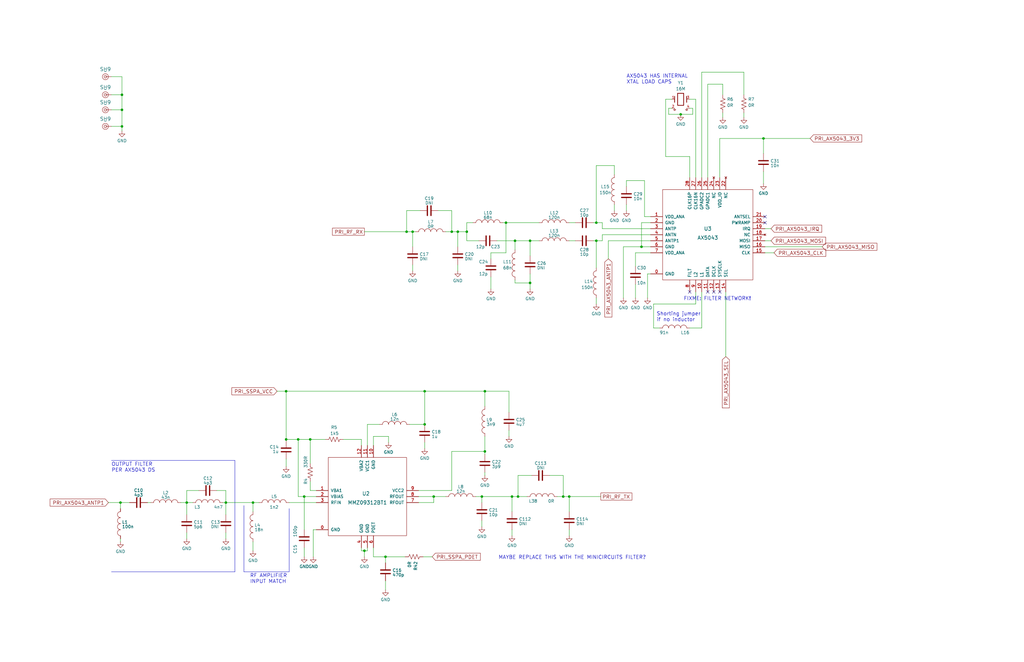
<source format=kicad_sch>
(kicad_sch (version 20230121) (generator eeschema)

  (uuid d1b2927e-9b5c-468c-8151-1521bde013b9)

  (paper "USLedger")

  (title_block
    (title "Radiation Tolerant Internal Housekeeping Unit (IHU)")
    (date "2023-08-24")
    (rev "1.2A")
    (company "AMSAT-NA")
    (comment 1 "C. Castillo")
    (comment 2 "Z. Metzinger")
  )

  (lib_symbols
    (symbol "Device:C" (pin_numbers hide) (pin_names (offset 0.254)) (in_bom yes) (on_board yes)
      (property "Reference" "C" (at 0.635 2.54 0)
        (effects (font (size 1.27 1.27)) (justify left))
      )
      (property "Value" "C" (at 0.635 -2.54 0)
        (effects (font (size 1.27 1.27)) (justify left))
      )
      (property "Footprint" "" (at 0.9652 -3.81 0)
        (effects (font (size 1.27 1.27)) hide)
      )
      (property "Datasheet" "~" (at 0 0 0)
        (effects (font (size 1.27 1.27)) hide)
      )
      (property "ki_keywords" "cap capacitor" (at 0 0 0)
        (effects (font (size 1.27 1.27)) hide)
      )
      (property "ki_description" "Unpolarized capacitor" (at 0 0 0)
        (effects (font (size 1.27 1.27)) hide)
      )
      (property "ki_fp_filters" "C_*" (at 0 0 0)
        (effects (font (size 1.27 1.27)) hide)
      )
      (symbol "C_0_1"
        (polyline
          (pts
            (xy -2.032 -0.762)
            (xy 2.032 -0.762)
          )
          (stroke (width 0.508) (type default))
          (fill (type none))
        )
        (polyline
          (pts
            (xy -2.032 0.762)
            (xy 2.032 0.762)
          )
          (stroke (width 0.508) (type default))
          (fill (type none))
        )
      )
      (symbol "C_1_1"
        (pin passive line (at 0 3.81 270) (length 2.794)
          (name "~" (effects (font (size 1.27 1.27))))
          (number "1" (effects (font (size 1.27 1.27))))
        )
        (pin passive line (at 0 -3.81 90) (length 2.794)
          (name "~" (effects (font (size 1.27 1.27))))
          (number "2" (effects (font (size 1.27 1.27))))
        )
      )
    )
    (symbol "Device:R_US" (pin_numbers hide) (pin_names (offset 0)) (in_bom yes) (on_board yes)
      (property "Reference" "R" (at 2.54 0 90)
        (effects (font (size 1.27 1.27)))
      )
      (property "Value" "R_US" (at -2.54 0 90)
        (effects (font (size 1.27 1.27)))
      )
      (property "Footprint" "" (at 1.016 -0.254 90)
        (effects (font (size 1.27 1.27)) hide)
      )
      (property "Datasheet" "~" (at 0 0 0)
        (effects (font (size 1.27 1.27)) hide)
      )
      (property "ki_keywords" "R res resistor" (at 0 0 0)
        (effects (font (size 1.27 1.27)) hide)
      )
      (property "ki_description" "Resistor, US symbol" (at 0 0 0)
        (effects (font (size 1.27 1.27)) hide)
      )
      (property "ki_fp_filters" "R_*" (at 0 0 0)
        (effects (font (size 1.27 1.27)) hide)
      )
      (symbol "R_US_0_1"
        (polyline
          (pts
            (xy 0 -2.286)
            (xy 0 -2.54)
          )
          (stroke (width 0) (type default))
          (fill (type none))
        )
        (polyline
          (pts
            (xy 0 2.286)
            (xy 0 2.54)
          )
          (stroke (width 0) (type default))
          (fill (type none))
        )
        (polyline
          (pts
            (xy 0 -0.762)
            (xy 1.016 -1.143)
            (xy 0 -1.524)
            (xy -1.016 -1.905)
            (xy 0 -2.286)
          )
          (stroke (width 0) (type default))
          (fill (type none))
        )
        (polyline
          (pts
            (xy 0 0.762)
            (xy 1.016 0.381)
            (xy 0 0)
            (xy -1.016 -0.381)
            (xy 0 -0.762)
          )
          (stroke (width 0) (type default))
          (fill (type none))
        )
        (polyline
          (pts
            (xy 0 2.286)
            (xy 1.016 1.905)
            (xy 0 1.524)
            (xy -1.016 1.143)
            (xy 0 0.762)
          )
          (stroke (width 0) (type default))
          (fill (type none))
        )
      )
      (symbol "R_US_1_1"
        (pin passive line (at 0 3.81 270) (length 1.27)
          (name "~" (effects (font (size 1.27 1.27))))
          (number "1" (effects (font (size 1.27 1.27))))
        )
        (pin passive line (at 0 -3.81 90) (length 1.27)
          (name "~" (effects (font (size 1.27 1.27))))
          (number "2" (effects (font (size 1.27 1.27))))
        )
      )
    )
    (symbol "amsat_abracon:Crystal" (pin_names (offset 0.0254) hide) (in_bom yes) (on_board yes)
      (property "Reference" "Y" (at 0 3.81 0)
        (effects (font (size 1.27 1.27)))
      )
      (property "Value" "Crystal" (at 0 -6.096 0)
        (effects (font (size 1.27 1.27)))
      )
      (property "Footprint" "" (at 0 0 0)
        (effects (font (size 1.27 1.27)))
      )
      (property "Datasheet" "" (at 0 0 0)
        (effects (font (size 1.27 1.27)))
      )
      (property "ki_description" "ABM9 4-pin SMT Crystal" (at 0 0 0)
        (effects (font (size 1.27 1.27)) hide)
      )
      (symbol "Crystal_0_1"
        (rectangle (start -1.27 2.54) (end 1.27 -2.54)
          (stroke (width 0.3048) (type solid))
          (fill (type none))
        )
        (polyline
          (pts
            (xy -2.54 -1.27)
            (xy -2.54 1.27)
          )
          (stroke (width 0.3048) (type solid))
          (fill (type none))
        )
        (polyline
          (pts
            (xy 2.54 -1.27)
            (xy 2.54 1.27)
          )
          (stroke (width 0.3048) (type solid))
          (fill (type none))
        )
        (polyline
          (pts
            (xy -2.54 -3.81)
            (xy -2.54 -4.318)
            (xy -3.048 -4.318)
            (xy -2.54 -4.826)
            (xy -2.032 -4.318)
            (xy -2.54 -4.318)
          )
          (stroke (width 0) (type solid))
          (fill (type none))
        )
        (polyline
          (pts
            (xy 2.54 -3.81)
            (xy 2.54 -4.318)
            (xy 2.032 -4.318)
            (xy 2.54 -4.826)
            (xy 3.048 -4.318)
            (xy 2.54 -4.318)
          )
          (stroke (width 0) (type solid))
          (fill (type none))
        )
      )
      (symbol "Crystal_1_1"
        (pin passive line (at -3.81 0 0) (length 1.27)
          (name "1" (effects (font (size 1.016 1.016))))
          (number "1" (effects (font (size 1.016 1.016))))
        )
        (pin passive line (at -3.81 -3.81 0) (length 1.27)
          (name "2" (effects (font (size 1.016 1.016))))
          (number "2" (effects (font (size 1.016 1.016))))
        )
        (pin passive line (at 3.81 0 180) (length 1.27)
          (name "3" (effects (font (size 1.016 1.016))))
          (number "3" (effects (font (size 1.016 1.016))))
        )
        (pin passive line (at 3.81 -3.81 180) (length 1.27)
          (name "4" (effects (font (size 1.016 1.016))))
          (number "4" (effects (font (size 1.016 1.016))))
        )
      )
    )
    (symbol "amsat_discrete:CUBESAT_MOUNT_HOLE" (pin_numbers hide) (pin_names (offset 0) hide) (in_bom yes) (on_board yes)
      (property "Reference" "H" (at 0 -3.302 0)
        (effects (font (size 1.524 1.524)))
      )
      (property "Value" "CUBESAT_MOUNT_HOLE" (at 0 6.35 0)
        (effects (font (size 1.524 1.524)))
      )
      (property "Footprint" "" (at 0 0 0)
        (effects (font (size 1.524 1.524)) hide)
      )
      (property "Datasheet" "" (at 0 0 0)
        (effects (font (size 1.524 1.524)) hide)
      )
      (symbol "CUBESAT_MOUNT_HOLE_0_1"
        (circle (center 0 0) (radius 0.5588)
          (stroke (width 0) (type solid))
          (fill (type none))
        )
        (circle (center 0 0) (radius 1.27)
          (stroke (width 0) (type solid))
          (fill (type none))
        )
      )
      (symbol "CUBESAT_MOUNT_HOLE_1_1"
        (pin passive line (at 2.54 0 180) (length 2.54)
          (name "1" (effects (font (size 1.27 1.27))))
          (number "1" (effects (font (size 1.27 1.27))))
        )
      )
    )
    (symbol "amsat_discrete:INDUCTOR_SMALL" (pin_numbers hide) (pin_names (offset 0) hide) (in_bom yes) (on_board yes)
      (property "Reference" "L" (at 0 2.54 0)
        (effects (font (size 1.27 1.27)))
      )
      (property "Value" "INDUCTOR_SMALL" (at 0 -1.27 0)
        (effects (font (size 1.27 1.27)))
      )
      (property "Footprint" "" (at 0 0 0)
        (effects (font (size 1.27 1.27)))
      )
      (property "Datasheet" "" (at 0 0 0)
        (effects (font (size 1.27 1.27)))
      )
      (property "ki_fp_filters" "Choke_* *Coil*" (at 0 0 0)
        (effects (font (size 1.27 1.27)) hide)
      )
      (symbol "INDUCTOR_SMALL_0_1"
        (arc (start -2.54 0) (mid -3.81 1.2645) (end -5.08 0)
          (stroke (width 0) (type solid))
          (fill (type none))
        )
        (arc (start 0 0) (mid -1.27 1.2645) (end -2.54 0)
          (stroke (width 0) (type solid))
          (fill (type none))
        )
        (arc (start 2.54 0) (mid 1.27 1.2645) (end 0 0)
          (stroke (width 0) (type solid))
          (fill (type none))
        )
        (arc (start 5.08 0) (mid 3.81 1.2645) (end 2.54 0)
          (stroke (width 0) (type solid))
          (fill (type none))
        )
      )
      (symbol "INDUCTOR_SMALL_1_1"
        (pin input line (at -6.35 0 0) (length 1.27)
          (name "1" (effects (font (size 0.762 0.762))))
          (number "1" (effects (font (size 0.762 0.762))))
        )
        (pin input line (at 6.35 0 180) (length 1.27)
          (name "2" (effects (font (size 0.762 0.762))))
          (number "2" (effects (font (size 0.762 0.762))))
        )
      )
    )
    (symbol "amsat_nxp:MMZ09312BT1" (pin_names (offset 1.016)) (in_bom yes) (on_board yes)
      (property "Reference" "U" (at 15.24 -17.78 0)
        (effects (font (size 1.524 1.524)))
      )
      (property "Value" "MMZ09312BT1" (at 0 0 0)
        (effects (font (size 1.524 1.524)))
      )
      (property "Footprint" "" (at 0 0 0)
        (effects (font (size 1.524 1.524)) hide)
      )
      (property "Datasheet" "" (at 0 0 0)
        (effects (font (size 1.524 1.524)) hide)
      )
      (property "ki_description" "MMZ09312BT1 High-efficiency Power Amplifier" (at 0 0 0)
        (effects (font (size 1.27 1.27)) hide)
      )
      (symbol "MMZ09312BT1_0_1"
        (rectangle (start -16.51 16.51) (end 16.51 -16.51)
          (stroke (width 0) (type solid))
          (fill (type none))
        )
      )
      (symbol "MMZ09312BT1_1_1"
        (pin input line (at -21.59 -13.97 0) (length 5.08)
          (name "GND" (effects (font (size 1.27 1.27))))
          (number "0" (effects (font (size 1.27 1.27))))
        )
        (pin input line (at -21.59 2.54 0) (length 5.08)
          (name "VBA1" (effects (font (size 1.27 1.27))))
          (number "1" (effects (font (size 1.27 1.27))))
        )
        (pin input line (at 2.54 21.59 270) (length 5.08)
          (name "GND" (effects (font (size 1.27 1.27))))
          (number "10" (effects (font (size 1.27 1.27))))
        )
        (pin input line (at 0 21.59 270) (length 5.08)
          (name "VCC1" (effects (font (size 1.27 1.27))))
          (number "11" (effects (font (size 1.27 1.27))))
        )
        (pin input line (at -2.54 21.59 270) (length 5.08)
          (name "VBA2" (effects (font (size 1.27 1.27))))
          (number "12" (effects (font (size 1.27 1.27))))
        )
        (pin input line (at -21.59 0 0) (length 5.08)
          (name "VBIAS" (effects (font (size 1.27 1.27))))
          (number "2" (effects (font (size 1.27 1.27))))
        )
        (pin passive line (at -21.59 -2.54 0) (length 5.08)
          (name "RFIN" (effects (font (size 1.27 1.27))))
          (number "3" (effects (font (size 1.27 1.27))))
        )
        (pin input line (at -2.54 -21.59 90) (length 5.08)
          (name "GND" (effects (font (size 1.27 1.27))))
          (number "4" (effects (font (size 1.27 1.27))))
        )
        (pin input line (at 0 -21.59 90) (length 5.08)
          (name "GND" (effects (font (size 1.27 1.27))))
          (number "5" (effects (font (size 1.27 1.27))))
        )
        (pin output line (at 2.54 -21.59 90) (length 5.08)
          (name "PDET" (effects (font (size 1.27 1.27))))
          (number "6" (effects (font (size 1.27 1.27))))
        )
        (pin open_emitter line (at 21.59 -2.54 180) (length 5.08)
          (name "RFOUT" (effects (font (size 1.27 1.27))))
          (number "7" (effects (font (size 1.27 1.27))))
        )
        (pin open_emitter line (at 21.59 0 180) (length 5.08)
          (name "RFOUT" (effects (font (size 1.27 1.27))))
          (number "8" (effects (font (size 1.27 1.27))))
        )
        (pin input line (at 21.59 2.54 180) (length 5.08)
          (name "VCC2" (effects (font (size 1.27 1.27))))
          (number "9" (effects (font (size 1.27 1.27))))
        )
      )
    )
    (symbol "amsat_onsemi:AX5043" (pin_names (offset 1.016)) (in_bom yes) (on_board yes)
      (property "Reference" "U" (at 16.51 -20.32 0)
        (effects (font (size 1.524 1.524)))
      )
      (property "Value" "AX5043" (at 0 0 0)
        (effects (font (size 1.524 1.524)))
      )
      (property "Footprint" "" (at 0 0 0)
        (effects (font (size 1.524 1.524)) hide)
      )
      (property "Datasheet" "" (at 16.51 -20.32 0)
        (effects (font (size 1.524 1.524)) hide)
      )
      (property "ki_description" "AX5043 RF Modem IC" (at 0 0 0)
        (effects (font (size 1.27 1.27)) hide)
      )
      (symbol "AX5043_0_1"
        (rectangle (start -19.05 19.05) (end 19.05 -19.05)
          (stroke (width 0) (type solid))
          (fill (type none))
        )
      )
      (symbol "AX5043_1_1"
        (pin passive line (at -24.13 -16.51 0) (length 5.08)
          (name "GND" (effects (font (size 1.27 1.27))))
          (number "0" (effects (font (size 1.27 1.27))))
        )
        (pin passive line (at -24.13 7.62 0) (length 5.08)
          (name "VDD_ANA" (effects (font (size 1.27 1.27))))
          (number "1" (effects (font (size 1.27 1.27))))
        )
        (pin passive line (at -2.54 -24.13 90) (length 5.08)
          (name "L1" (effects (font (size 1.27 1.27))))
          (number "10" (effects (font (size 1.27 1.27))))
        )
        (pin input line (at 0 -24.13 90) (length 5.08)
          (name "DATA" (effects (font (size 1.27 1.27))))
          (number "11" (effects (font (size 1.27 1.27))))
        )
        (pin input line (at 2.54 -24.13 90) (length 5.08)
          (name "DCLK" (effects (font (size 1.27 1.27))))
          (number "12" (effects (font (size 1.27 1.27))))
        )
        (pin output line (at 5.08 -24.13 90) (length 5.08)
          (name "SYSCLK" (effects (font (size 1.27 1.27))))
          (number "13" (effects (font (size 1.27 1.27))))
        )
        (pin input line (at 7.62 -24.13 90) (length 5.08)
          (name "SEL" (effects (font (size 1.27 1.27))))
          (number "14" (effects (font (size 1.27 1.27))))
        )
        (pin input line (at 24.13 -7.62 180) (length 5.08)
          (name "CLK" (effects (font (size 1.27 1.27))))
          (number "15" (effects (font (size 1.27 1.27))))
        )
        (pin output line (at 24.13 -5.08 180) (length 5.08)
          (name "MISO" (effects (font (size 1.27 1.27))))
          (number "16" (effects (font (size 1.27 1.27))))
        )
        (pin input line (at 24.13 -2.54 180) (length 5.08)
          (name "MOSI" (effects (font (size 1.27 1.27))))
          (number "17" (effects (font (size 1.27 1.27))))
        )
        (pin no_connect line (at 24.13 0 180) (length 5.08)
          (name "NC" (effects (font (size 1.27 1.27))))
          (number "18" (effects (font (size 1.27 1.27))))
        )
        (pin output line (at 24.13 2.54 180) (length 5.08)
          (name "IRQ" (effects (font (size 1.27 1.27))))
          (number "19" (effects (font (size 1.27 1.27))))
        )
        (pin input line (at -24.13 5.08 0) (length 5.08)
          (name "GND" (effects (font (size 1.27 1.27))))
          (number "2" (effects (font (size 1.27 1.27))))
        )
        (pin output line (at 24.13 5.08 180) (length 5.08)
          (name "PWRAMP" (effects (font (size 1.27 1.27))))
          (number "20" (effects (font (size 1.27 1.27))))
        )
        (pin output line (at 24.13 7.62 180) (length 5.08)
          (name "ANTSEL" (effects (font (size 1.27 1.27))))
          (number "21" (effects (font (size 1.27 1.27))))
        )
        (pin no_connect line (at 7.62 24.13 270) (length 5.08)
          (name "NC" (effects (font (size 1.27 1.27))))
          (number "22" (effects (font (size 1.27 1.27))))
        )
        (pin passive line (at 5.08 24.13 270) (length 5.08)
          (name "VDD_IO" (effects (font (size 1.27 1.27))))
          (number "23" (effects (font (size 1.27 1.27))))
        )
        (pin no_connect line (at 2.54 24.13 270) (length 5.08)
          (name "NC" (effects (font (size 1.27 1.27))))
          (number "24" (effects (font (size 1.27 1.27))))
        )
        (pin input line (at 0 24.13 270) (length 5.08)
          (name "GPADC1" (effects (font (size 1.27 1.27))))
          (number "25" (effects (font (size 1.27 1.27))))
        )
        (pin input line (at -2.54 24.13 270) (length 5.08)
          (name "GPADC2" (effects (font (size 1.27 1.27))))
          (number "26" (effects (font (size 1.27 1.27))))
        )
        (pin passive line (at -5.08 24.13 270) (length 5.08)
          (name "CLK16N" (effects (font (size 1.27 1.27))))
          (number "27" (effects (font (size 1.27 1.27))))
        )
        (pin passive line (at -7.62 24.13 270) (length 5.08)
          (name "CLK16P" (effects (font (size 1.27 1.27))))
          (number "28" (effects (font (size 1.27 1.27))))
        )
        (pin bidirectional line (at -24.13 2.54 0) (length 5.08)
          (name "ANTP" (effects (font (size 1.27 1.27))))
          (number "3" (effects (font (size 1.27 1.27))))
        )
        (pin bidirectional line (at -24.13 0 0) (length 5.08)
          (name "ANTN" (effects (font (size 1.27 1.27))))
          (number "4" (effects (font (size 1.27 1.27))))
        )
        (pin output line (at -24.13 -2.54 0) (length 5.08)
          (name "ANTP1" (effects (font (size 1.27 1.27))))
          (number "5" (effects (font (size 1.27 1.27))))
        )
        (pin input line (at -24.13 -5.08 0) (length 5.08)
          (name "GND" (effects (font (size 1.27 1.27))))
          (number "6" (effects (font (size 1.27 1.27))))
        )
        (pin passive line (at -24.13 -7.62 0) (length 5.08)
          (name "VDD_ANA" (effects (font (size 1.27 1.27))))
          (number "7" (effects (font (size 1.27 1.27))))
        )
        (pin passive line (at -7.62 -24.13 90) (length 5.08)
          (name "FILT" (effects (font (size 1.27 1.27))))
          (number "8" (effects (font (size 1.27 1.27))))
        )
        (pin passive line (at -5.08 -24.13 90) (length 5.08)
          (name "L2" (effects (font (size 1.27 1.27))))
          (number "9" (effects (font (size 1.27 1.27))))
        )
      )
    )
    (symbol "power:GND" (power) (pin_names (offset 0)) (in_bom yes) (on_board yes)
      (property "Reference" "#PWR" (at 0 -6.35 0)
        (effects (font (size 1.27 1.27)) hide)
      )
      (property "Value" "GND" (at 0 -3.81 0)
        (effects (font (size 1.27 1.27)))
      )
      (property "Footprint" "" (at 0 0 0)
        (effects (font (size 1.27 1.27)) hide)
      )
      (property "Datasheet" "" (at 0 0 0)
        (effects (font (size 1.27 1.27)) hide)
      )
      (property "ki_keywords" "global power" (at 0 0 0)
        (effects (font (size 1.27 1.27)) hide)
      )
      (property "ki_description" "Power symbol creates a global label with name \"GND\" , ground" (at 0 0 0)
        (effects (font (size 1.27 1.27)) hide)
      )
      (symbol "GND_0_1"
        (polyline
          (pts
            (xy 0 0)
            (xy 0 -1.27)
            (xy 1.27 -1.27)
            (xy 0 -2.54)
            (xy -1.27 -1.27)
            (xy 0 -1.27)
          )
          (stroke (width 0) (type default))
          (fill (type none))
        )
      )
      (symbol "GND_1_1"
        (pin power_in line (at 0 0 270) (length 0) hide
          (name "GND" (effects (font (size 1.27 1.27))))
          (number "1" (effects (font (size 1.27 1.27))))
        )
      )
    )
  )

  (junction (at 287.02 48.26) (diameter 0) (color 0 0 0 0)
    (uuid 0089cec6-6622-4ceb-a7a9-c6b6864876c5)
  )
  (junction (at 106.68 212.09) (diameter 0) (color 0 0 0 0)
    (uuid 01600351-84b2-4c3b-9ab8-7852482d77ef)
  )
  (junction (at 204.47 165.1) (diameter 0) (color 0 0 0 0)
    (uuid 08016c0f-29b5-4274-974c-d8235c52d794)
  )
  (junction (at 321.945 58.42) (diameter 0) (color 0 0 0 0)
    (uuid 09b35eff-7254-4132-934d-e3b8c5e324d6)
  )
  (junction (at 78.74 212.09) (diameter 0) (color 0 0 0 0)
    (uuid 0e2405f0-6f7b-41cd-923a-02b66420aae9)
  )
  (junction (at 196.85 97.79) (diameter 0) (color 0 0 0 0)
    (uuid 184913f1-c666-4c37-9a21-6ec591d2d1f6)
  )
  (junction (at 120.65 165.1) (diameter 0) (color 0 0 0 0)
    (uuid 25f35cc6-3aff-403f-8f1d-b47240641ba7)
  )
  (junction (at 215.9 209.55) (diameter 0) (color 0 0 0 0)
    (uuid 2abfd4ba-9dcc-4e4e-9b7b-44e3e30e51a2)
  )
  (junction (at 223.52 119.38) (diameter 0) (color 0 0 0 0)
    (uuid 2e33bd28-5a44-442c-a73b-7e72c2628ff4)
  )
  (junction (at 251.46 93.98) (diameter 0) (color 0 0 0 0)
    (uuid 30848b92-99ca-465e-b781-bfab6f03df20)
  )
  (junction (at 51.435 46.355) (diameter 0) (color 0 0 0 0)
    (uuid 36ac975a-e283-4a03-b078-bb5eb8d6e8dd)
  )
  (junction (at 162.56 234.95) (diameter 0) (color 0 0 0 0)
    (uuid 38fe47a5-2039-434a-b526-9582198e1204)
  )
  (junction (at 251.46 101.6) (diameter 0) (color 0 0 0 0)
    (uuid 3d5dd24b-5459-44a4-802b-c1d0a4a5b556)
  )
  (junction (at 179.07 179.07) (diameter 0) (color 0 0 0 0)
    (uuid 4678007a-2704-443a-8dc5-390158619fea)
  )
  (junction (at 218.44 209.55) (diameter 0) (color 0 0 0 0)
    (uuid 525402e6-c1e4-4d3f-85be-27fc7e65c731)
  )
  (junction (at 190.5 97.79) (diameter 0) (color 0 0 0 0)
    (uuid 55ccca54-d2da-436b-9915-d2090e74551d)
  )
  (junction (at 125.73 185.42) (diameter 0) (color 0 0 0 0)
    (uuid 56210b3a-ed36-4e08-8358-f2981bd49580)
  )
  (junction (at 203.2 209.55) (diameter 0) (color 0 0 0 0)
    (uuid 581ebaa9-9494-4d3a-999d-f07d3556249e)
  )
  (junction (at 193.04 97.79) (diameter 0) (color 0 0 0 0)
    (uuid 5e289d13-c5b2-4bc0-9471-a46a71975df9)
  )
  (junction (at 182.88 209.55) (diameter 0) (color 0 0 0 0)
    (uuid 62958bb6-c866-47a9-8276-d4c52ac031d6)
  )
  (junction (at 130.81 185.42) (diameter 0) (color 0 0 0 0)
    (uuid 678ba3a5-7c45-4050-a979-4333479a5b11)
  )
  (junction (at 51.435 53.34) (diameter 0) (color 0 0 0 0)
    (uuid 6a2736d9-4e12-41bf-85fa-58d0a2c2c158)
  )
  (junction (at 237.49 209.55) (diameter 0) (color 0 0 0 0)
    (uuid 74a2dee0-d235-4800-884e-eb3c2589d1d7)
  )
  (junction (at 153.67 232.41) (diameter 0) (color 0 0 0 0)
    (uuid 7bb83a16-04d5-469d-b9cc-f918ba8ba94c)
  )
  (junction (at 204.47 190.5) (diameter 0) (color 0 0 0 0)
    (uuid 7f5315e6-e23a-49ee-95c2-18dea61ea103)
  )
  (junction (at 223.52 101.6) (diameter 0) (color 0 0 0 0)
    (uuid 808fadfb-f8d8-42a0-abe5-4a11b3bde992)
  )
  (junction (at 120.65 185.42) (diameter 0) (color 0 0 0 0)
    (uuid 8884eba5-781a-4564-bb21-eece41dacd08)
  )
  (junction (at 240.03 209.55) (diameter 0) (color 0 0 0 0)
    (uuid 894f7798-0640-483c-b328-e7aa934ac560)
  )
  (junction (at 270.51 104.14) (diameter 0) (color 0 0 0 0)
    (uuid cd444d21-2cf1-4d02-8125-ffb658b459e0)
  )
  (junction (at 51.435 40.005) (diameter 0) (color 0 0 0 0)
    (uuid d4f1e10a-6418-4fa8-9e16-594b97cf300d)
  )
  (junction (at 95.25 212.09) (diameter 0) (color 0 0 0 0)
    (uuid d68af7b3-8b31-410f-9e71-4a6dadff978a)
  )
  (junction (at 217.17 101.6) (diameter 0) (color 0 0 0 0)
    (uuid de01e6d4-504f-43e6-9b89-4a0f884dafce)
  )
  (junction (at 50.8 212.09) (diameter 0) (color 0 0 0 0)
    (uuid e4bbe34b-1838-4c85-b2ce-ac3f33b70cc2)
  )
  (junction (at 128.27 209.55) (diameter 0) (color 0 0 0 0)
    (uuid ec400e80-9a8e-46fd-821d-9659e87f0b6e)
  )
  (junction (at 171.45 97.79) (diameter 0) (color 0 0 0 0)
    (uuid ef38976c-2c20-443c-b0fe-6c9f8548ba83)
  )
  (junction (at 213.36 93.98) (diameter 0) (color 0 0 0 0)
    (uuid f6c8e817-be3e-4dd9-95e8-15f3dbd8bfcf)
  )
  (junction (at 173.99 97.79) (diameter 0) (color 0 0 0 0)
    (uuid f8daacc9-a83f-4a7f-b09f-f6c3914527d6)
  )
  (junction (at 179.07 165.1) (diameter 0) (color 0 0 0 0)
    (uuid f9500f51-865e-4fb3-a682-d705aef4d720)
  )

  (no_connect (at 322.58 91.44) (uuid 0a34b333-5161-4003-a47d-ab8140a201e2))
  (no_connect (at 298.45 123.19) (uuid 3c406e7a-f14e-404f-96c1-ff265e793499))
  (no_connect (at 303.53 123.19) (uuid 929ef9b5-c7eb-487d-a641-ab086ce30cb8))
  (no_connect (at 322.58 93.98) (uuid d3ddb255-4ac9-443b-9c07-83f1732cbcb1))
  (no_connect (at 290.83 123.19) (uuid de92611d-5537-492e-b80d-8ac302f794bf))
  (no_connect (at 300.99 123.19) (uuid f8f136e2-5911-49ec-b6ad-69558268ad21))

  (wire (pts (xy 231.775 200.66) (xy 237.49 200.66))
    (stroke (width 0) (type default))
    (uuid 0249a215-dc01-4c08-8202-37e2983a349a)
  )
  (wire (pts (xy 153.67 232.41) (xy 153.67 234.95))
    (stroke (width 0) (type default))
    (uuid 03f984a4-f46f-46e4-891d-1bb7d62f2306)
  )
  (wire (pts (xy 240.03 209.55) (xy 253.365 209.55))
    (stroke (width 0) (type default))
    (uuid 0401ff51-9af4-442a-a07d-05e8a07d2700)
  )
  (wire (pts (xy 271.78 76.2) (xy 264.16 76.2))
    (stroke (width 0) (type default))
    (uuid 075f997d-4952-430f-a93e-677b872e9a17)
  )
  (wire (pts (xy 51.435 46.355) (xy 51.435 53.34))
    (stroke (width 0) (type default))
    (uuid 085f9edf-3b04-475e-9003-f3290accda03)
  )
  (wire (pts (xy 293.37 41.91) (xy 290.83 41.91))
    (stroke (width 0) (type default))
    (uuid 095dce4b-6f57-42e3-8bc4-44e10eae592d)
  )
  (wire (pts (xy 176.53 212.09) (xy 182.88 212.09))
    (stroke (width 0) (type default))
    (uuid 0ae5e39f-ff4d-40df-b34f-260eb3785873)
  )
  (wire (pts (xy 62.23 212.09) (xy 63.5 212.09))
    (stroke (width 0) (type default))
    (uuid 0b040805-6368-4d50-92d0-27bbce5fd489)
  )
  (wire (pts (xy 120.65 185.42) (xy 125.73 185.42))
    (stroke (width 0) (type default))
    (uuid 0cb8af2e-3362-4677-827d-de737b865130)
  )
  (wire (pts (xy 154.94 179.07) (xy 154.94 187.96))
    (stroke (width 0) (type default))
    (uuid 0dd98c9b-bea5-4c84-9b24-ba6cf00e1887)
  )
  (wire (pts (xy 292.1 48.26) (xy 292.1 45.72))
    (stroke (width 0) (type default))
    (uuid 123a7834-db77-4d13-b9a4-6eea478615a0)
  )
  (wire (pts (xy 240.03 93.98) (xy 242.57 93.98))
    (stroke (width 0) (type default))
    (uuid 133b512f-84ed-4b1a-92d4-37974e8b3911)
  )
  (wire (pts (xy 256.54 101.6) (xy 274.32 101.6))
    (stroke (width 0) (type default))
    (uuid 14ae386a-b2b0-4336-9a2c-c015b0b87fac)
  )
  (wire (pts (xy 179.07 186.69) (xy 179.07 189.23))
    (stroke (width 0) (type default))
    (uuid 180e965a-fc7a-479a-ba1a-bfb7d93f5da0)
  )
  (wire (pts (xy 240.03 215.9) (xy 240.03 209.55))
    (stroke (width 0) (type default))
    (uuid 194192b9-a88a-48fe-a6a3-6191a3c79df8)
  )
  (wire (pts (xy 171.45 88.9) (xy 171.45 97.79))
    (stroke (width 0) (type default))
    (uuid 1a591cba-e03b-4f56-9a9c-787fcfae3071)
  )
  (wire (pts (xy 120.65 193.675) (xy 120.65 196.85))
    (stroke (width 0) (type default))
    (uuid 1bfcdda2-54f7-4f65-95bc-5c0fada2a12b)
  )
  (wire (pts (xy 223.52 119.38) (xy 223.52 121.92))
    (stroke (width 0) (type default))
    (uuid 1cadaabd-b666-46a4-b83b-bbaa80b70810)
  )
  (wire (pts (xy 281.94 45.72) (xy 283.21 45.72))
    (stroke (width 0) (type default))
    (uuid 1d614dd6-a91a-452c-9d79-1299f3e9061c)
  )
  (wire (pts (xy 223.52 101.6) (xy 227.33 101.6))
    (stroke (width 0) (type default))
    (uuid 1e455577-e7f3-4061-9cf0-7789a11e4dfd)
  )
  (wire (pts (xy 157.48 234.95) (xy 162.56 234.95))
    (stroke (width 0) (type default))
    (uuid 1e8e3b9d-6c69-4d42-a47d-dee82f285801)
  )
  (wire (pts (xy 46.99 53.34) (xy 51.435 53.34))
    (stroke (width 0) (type default))
    (uuid 220d238e-d800-477b-8e90-f6e2dae2c16d)
  )
  (wire (pts (xy 160.02 179.07) (xy 154.94 179.07))
    (stroke (width 0) (type default))
    (uuid 23a260aa-ad5e-42aa-88af-87827bd3ca53)
  )
  (wire (pts (xy 274.32 106.68) (xy 267.97 106.68))
    (stroke (width 0) (type default))
    (uuid 23a8a8c5-dbd2-426d-948a-0ca129773e76)
  )
  (wire (pts (xy 217.17 101.6) (xy 217.17 105.41))
    (stroke (width 0) (type default))
    (uuid 24cb6089-9559-4029-8ba4-f6c4e4832015)
  )
  (wire (pts (xy 179.07 165.1) (xy 179.07 179.07))
    (stroke (width 0) (type default))
    (uuid 297f9f39-ab50-4bb0-9ed9-84b15b3eeaef)
  )
  (wire (pts (xy 290.83 66.04) (xy 280.67 66.04))
    (stroke (width 0) (type default))
    (uuid 2a5607bf-cb1f-49da-824b-7e1caea076ed)
  )
  (wire (pts (xy 254 93.98) (xy 254 96.52))
    (stroke (width 0) (type default))
    (uuid 2bc18f37-7bf3-4789-ae66-2ccbc1499a0c)
  )
  (wire (pts (xy 217.17 119.38) (xy 223.52 119.38))
    (stroke (width 0) (type default))
    (uuid 2be9a12e-d8ca-46d9-bc5d-7b34b6d10f68)
  )
  (wire (pts (xy 267.97 106.68) (xy 267.97 112.395))
    (stroke (width 0) (type default))
    (uuid 2c1fe4c0-23a9-472b-be12-816f09b37a63)
  )
  (wire (pts (xy 304.8 47.625) (xy 304.8 49.53))
    (stroke (width 0) (type default))
    (uuid 2d07b447-7571-41d0-829f-9672f81159fa)
  )
  (wire (pts (xy 50.8 212.09) (xy 50.8 214.63))
    (stroke (width 0) (type default))
    (uuid 2da167fb-5a5c-499c-b483-edc37736c9fe)
  )
  (wire (pts (xy 322.58 96.52) (xy 325.12 96.52))
    (stroke (width 0) (type default))
    (uuid 2de560fd-1a7f-4d23-99d2-c64a2089b02c)
  )
  (wire (pts (xy 259.08 73.66) (xy 259.08 69.85))
    (stroke (width 0) (type default))
    (uuid 2e438222-9693-4527-9bdd-cef3310b9328)
  )
  (wire (pts (xy 273.05 115.57) (xy 273.05 125.73))
    (stroke (width 0) (type default))
    (uuid 2f94beed-607f-4162-b329-b2196f372dd9)
  )
  (wire (pts (xy 214.63 165.1) (xy 214.63 173.99))
    (stroke (width 0) (type default))
    (uuid 3082783f-d6e7-48e3-b4c6-d1cd8b1529eb)
  )
  (wire (pts (xy 295.91 138.43) (xy 290.83 138.43))
    (stroke (width 0) (type default))
    (uuid 30ac151f-f23e-4e41-80cf-18081df58ae4)
  )
  (wire (pts (xy 223.52 101.6) (xy 223.52 107.95))
    (stroke (width 0) (type default))
    (uuid 311795e7-57b4-47db-8417-8dc41d01787a)
  )
  (wire (pts (xy 95.25 224.79) (xy 95.25 227.33))
    (stroke (width 0) (type default))
    (uuid 31a082ec-4ab9-42ba-b220-ea2c1299e772)
  )
  (wire (pts (xy 51.435 53.34) (xy 51.435 55.245))
    (stroke (width 0) (type default))
    (uuid 31af5745-b215-4aa8-8a35-27dc62bd3c48)
  )
  (wire (pts (xy 171.45 97.79) (xy 173.99 97.79))
    (stroke (width 0) (type default))
    (uuid 321eae25-0cd8-4273-8ad7-fb0a91944860)
  )
  (wire (pts (xy 293.37 128.27) (xy 275.59 128.27))
    (stroke (width 0) (type default))
    (uuid 32330dc9-964e-4c3a-951f-8e9e4ddd3d6d)
  )
  (wire (pts (xy 120.65 185.42) (xy 120.65 186.055))
    (stroke (width 0) (type default))
    (uuid 3327c618-3eff-4d6b-8649-1995e510565c)
  )
  (wire (pts (xy 213.36 93.98) (xy 213.36 106.68))
    (stroke (width 0) (type default))
    (uuid 35109dc2-bd74-4845-8c8b-6bbc055de346)
  )
  (wire (pts (xy 152.4 231.14) (xy 152.4 232.41))
    (stroke (width 0) (type default))
    (uuid 37c897a8-a968-415d-b3ad-9bbfd2630786)
  )
  (wire (pts (xy 178.435 234.95) (xy 182.245 234.95))
    (stroke (width 0) (type default))
    (uuid 3900f4cb-134a-4f07-8487-625b8d8dc784)
  )
  (wire (pts (xy 215.9 223.52) (xy 215.9 226.06))
    (stroke (width 0) (type default))
    (uuid 3a18a069-6236-4fde-946b-7df4ae7c3296)
  )
  (polyline (pts (xy 46.99 194.31) (xy 99.06 194.31))
    (stroke (width 0) (type default))
    (uuid 3b1d352d-c75f-40f2-bb11-40ba4016114c)
  )

  (wire (pts (xy 274.32 93.98) (xy 270.51 93.98))
    (stroke (width 0) (type default))
    (uuid 3dafd4c0-8334-4974-a9d3-84d734a450b8)
  )
  (wire (pts (xy 242.57 101.6) (xy 240.03 101.6))
    (stroke (width 0) (type default))
    (uuid 3dc816e4-95fe-4e5a-96b0-0ded3aae085a)
  )
  (wire (pts (xy 295.91 123.19) (xy 295.91 138.43))
    (stroke (width 0) (type default))
    (uuid 3fbdc9d5-e9cd-4084-86be-39c484c4fb34)
  )
  (wire (pts (xy 196.85 101.6) (xy 201.93 101.6))
    (stroke (width 0) (type default))
    (uuid 40089b2a-df2d-44ec-85f4-b496ef0ff530)
  )
  (wire (pts (xy 193.04 104.14) (xy 193.04 97.79))
    (stroke (width 0) (type default))
    (uuid 414f1af1-5a79-4731-98d6-1333b238daee)
  )
  (wire (pts (xy 130.81 185.42) (xy 137.16 185.42))
    (stroke (width 0) (type default))
    (uuid 41f155f6-173c-42ce-99cd-5d816b461fbe)
  )
  (wire (pts (xy 78.74 212.09) (xy 81.28 212.09))
    (stroke (width 0) (type default))
    (uuid 421db382-09b6-43e7-85f3-cf1eaeba2ba2)
  )
  (polyline (pts (xy 99.06 241.3) (xy 46.99 241.3))
    (stroke (width 0) (type default))
    (uuid 43f8aad8-0e40-4ea7-86d1-aa3ba925d104)
  )

  (wire (pts (xy 298.45 35.56) (xy 298.45 74.93))
    (stroke (width 0) (type default))
    (uuid 444d143f-3a05-4d80-a73e-0511b410903d)
  )
  (wire (pts (xy 125.73 209.55) (xy 128.27 209.55))
    (stroke (width 0) (type default))
    (uuid 45136838-b060-43f7-9380-ea6a8c025483)
  )
  (wire (pts (xy 204.47 184.15) (xy 204.47 190.5))
    (stroke (width 0) (type default))
    (uuid 45143750-5266-4749-8504-021b951aee0d)
  )
  (wire (pts (xy 95.25 207.01) (xy 95.25 212.09))
    (stroke (width 0) (type default))
    (uuid 45e213ee-c33e-4803-b77c-8ac0a9287718)
  )
  (wire (pts (xy 128.27 209.55) (xy 133.35 209.55))
    (stroke (width 0) (type default))
    (uuid 46b0e638-03f7-44ef-97c7-f0f98f7250c2)
  )
  (wire (pts (xy 153.67 232.41) (xy 154.94 232.41))
    (stroke (width 0) (type default))
    (uuid 4875f0c3-1b81-4ee4-bafd-aa3aa99db943)
  )
  (wire (pts (xy 196.85 97.79) (xy 196.85 101.6))
    (stroke (width 0) (type default))
    (uuid 4abc3d96-7825-4442-9808-d2f633caf88e)
  )
  (wire (pts (xy 287.02 48.26) (xy 292.1 48.26))
    (stroke (width 0) (type default))
    (uuid 4b01c824-aeed-4dd7-b8e8-f8ea68202730)
  )
  (wire (pts (xy 295.91 30.48) (xy 313.69 30.48))
    (stroke (width 0) (type default))
    (uuid 4b6575ac-19e0-4fd9-b0b8-5242319f73c5)
  )
  (wire (pts (xy 275.59 128.27) (xy 275.59 138.43))
    (stroke (width 0) (type default))
    (uuid 4be2aa1c-3465-4cff-80d1-f27bd69cd9c0)
  )
  (wire (pts (xy 153.67 97.79) (xy 171.45 97.79))
    (stroke (width 0) (type default))
    (uuid 4cb01d49-4fda-4331-b350-ce0da0a4891f)
  )
  (wire (pts (xy 237.49 209.55) (xy 240.03 209.55))
    (stroke (width 0) (type default))
    (uuid 53d8aca4-88c5-46ec-a45b-ef4726e702de)
  )
  (wire (pts (xy 173.99 111.76) (xy 173.99 114.3))
    (stroke (width 0) (type default))
    (uuid 54bf9d24-6f60-4974-abaa-45018e201f7f)
  )
  (wire (pts (xy 251.46 113.03) (xy 251.46 101.6))
    (stroke (width 0) (type default))
    (uuid 55ac11ad-8bc2-4030-aaec-d1c36a449c84)
  )
  (wire (pts (xy 157.48 184.15) (xy 163.83 184.15))
    (stroke (width 0) (type default))
    (uuid 55ac1c1b-1f06-4a8d-b614-317333eabdfe)
  )
  (wire (pts (xy 50.8 227.33) (xy 50.8 228.6))
    (stroke (width 0) (type default))
    (uuid 560698c9-84e8-4fcd-a0de-8e040c589c4e)
  )
  (wire (pts (xy 271.78 91.44) (xy 271.78 76.2))
    (stroke (width 0) (type default))
    (uuid 5629647c-1af1-47b0-bc35-b54e4c1cbf87)
  )
  (wire (pts (xy 125.73 185.42) (xy 125.73 209.55))
    (stroke (width 0) (type default))
    (uuid 58db115e-981c-41ce-8b32-55bcf91cf1c2)
  )
  (wire (pts (xy 200.66 209.55) (xy 203.2 209.55))
    (stroke (width 0) (type default))
    (uuid 5d0ac6be-3d70-447e-8db0-8bbb4450a644)
  )
  (wire (pts (xy 176.53 209.55) (xy 182.88 209.55))
    (stroke (width 0) (type default))
    (uuid 5e9e3916-9070-4e1f-a9d9-90227f8edf69)
  )
  (wire (pts (xy 251.46 101.6) (xy 254 101.6))
    (stroke (width 0) (type default))
    (uuid 5f1bca24-fa2f-4a16-976b-0aed3c43aacc)
  )
  (polyline (pts (xy 99.06 194.31) (xy 99.06 241.3))
    (stroke (width 0) (type default))
    (uuid 6539db83-dd46-456d-ae44-b0bf637b8253)
  )

  (wire (pts (xy 262.89 125.73) (xy 262.89 104.14))
    (stroke (width 0) (type default))
    (uuid 67086bcd-d353-4204-b8db-b6ac62829c51)
  )
  (wire (pts (xy 204.47 165.1) (xy 214.63 165.1))
    (stroke (width 0) (type default))
    (uuid 68895ca7-6046-4fd8-b466-467e9c7fc957)
  )
  (wire (pts (xy 218.44 200.66) (xy 218.44 209.55))
    (stroke (width 0) (type default))
    (uuid 69343254-1cc9-4643-ac6e-b6969232129f)
  )
  (wire (pts (xy 95.25 212.09) (xy 95.25 217.17))
    (stroke (width 0) (type default))
    (uuid 693560df-d7fe-4173-b583-5b86f196ac8b)
  )
  (wire (pts (xy 292.1 45.72) (xy 290.83 45.72))
    (stroke (width 0) (type default))
    (uuid 69c00b65-edbd-4550-9fda-414dc67cdfbc)
  )
  (polyline (pts (xy 102.87 213.36) (xy 102.87 241.3))
    (stroke (width 0) (type default))
    (uuid 6d48865b-e707-4435-987d-04dff9e592b5)
  )

  (wire (pts (xy 212.09 93.98) (xy 213.36 93.98))
    (stroke (width 0) (type default))
    (uuid 6d4bc03f-10e7-45f9-825a-e0f649314162)
  )
  (wire (pts (xy 179.07 179.07) (xy 172.72 179.07))
    (stroke (width 0) (type default))
    (uuid 6d6b2521-08cc-4f9b-8c08-acd8db0119fb)
  )
  (wire (pts (xy 209.55 101.6) (xy 217.17 101.6))
    (stroke (width 0) (type default))
    (uuid 7037c223-bddc-48ac-aa49-153dc1433a4e)
  )
  (wire (pts (xy 78.74 207.01) (xy 78.74 212.09))
    (stroke (width 0) (type default))
    (uuid 7217650f-b399-47f2-ae74-00312be4e65a)
  )
  (wire (pts (xy 46.99 46.355) (xy 51.435 46.355))
    (stroke (width 0) (type default))
    (uuid 721a51b1-d827-4619-8ac7-bf1b6b9c856d)
  )
  (wire (pts (xy 254 99.06) (xy 274.32 99.06))
    (stroke (width 0) (type default))
    (uuid 728ab22f-3d72-4f85-a0b2-3370722f52a5)
  )
  (wire (pts (xy 51.435 32.385) (xy 51.435 40.005))
    (stroke (width 0) (type default))
    (uuid 731672c2-4e77-479d-bba4-b6560191bd5b)
  )
  (wire (pts (xy 193.04 97.79) (xy 196.85 97.79))
    (stroke (width 0) (type default))
    (uuid 74f58533-514d-4465-a68e-7721667b41ad)
  )
  (wire (pts (xy 95.25 212.09) (xy 106.68 212.09))
    (stroke (width 0) (type default))
    (uuid 7516454b-1e18-4d17-97a6-b16e82da389c)
  )
  (wire (pts (xy 223.52 115.57) (xy 223.52 119.38))
    (stroke (width 0) (type default))
    (uuid 77a81e18-c09d-4c8b-81b0-244bbe044957)
  )
  (wire (pts (xy 250.19 101.6) (xy 251.46 101.6))
    (stroke (width 0) (type default))
    (uuid 77d6794c-f328-4c40-ba71-66d8b0a8211a)
  )
  (wire (pts (xy 203.2 209.55) (xy 215.9 209.55))
    (stroke (width 0) (type default))
    (uuid 785c3c1a-fedd-4f8c-974e-c8b8a82bda9a)
  )
  (wire (pts (xy 182.88 212.09) (xy 182.88 209.55))
    (stroke (width 0) (type default))
    (uuid 794d14f9-7d22-4294-a900-acd81ea993af)
  )
  (wire (pts (xy 322.58 106.68) (xy 326.39 106.68))
    (stroke (width 0) (type default))
    (uuid 7b464d27-7c6a-4de8-b442-616b6469b728)
  )
  (wire (pts (xy 46.99 32.385) (xy 51.435 32.385))
    (stroke (width 0) (type default))
    (uuid 7cc543d2-f9a2-4c4f-91b2-2cb10ff69c3b)
  )
  (wire (pts (xy 251.46 125.73) (xy 251.46 128.27))
    (stroke (width 0) (type default))
    (uuid 7e67ab3f-59a1-4459-8588-9fc6e5bed94f)
  )
  (wire (pts (xy 281.94 45.72) (xy 281.94 48.26))
    (stroke (width 0) (type default))
    (uuid 7fa2fd24-f018-4376-ae6d-ba1a73dc8f74)
  )
  (wire (pts (xy 184.785 88.9) (xy 190.5 88.9))
    (stroke (width 0) (type default))
    (uuid 8094d08a-e63e-4928-a072-0fe4d4679fe1)
  )
  (wire (pts (xy 203.2 219.71) (xy 203.2 222.25))
    (stroke (width 0) (type default))
    (uuid 80fef796-5dd1-4766-a491-9e41511b492a)
  )
  (wire (pts (xy 303.53 74.93) (xy 303.53 58.42))
    (stroke (width 0) (type default))
    (uuid 8164cf23-3879-4716-a547-b8083aae5113)
  )
  (polyline (pts (xy 121.92 241.3) (xy 121.92 214.63))
    (stroke (width 0) (type default))
    (uuid 81e0dccb-0f87-43dc-890f-c733d9cb9a20)
  )

  (wire (pts (xy 106.68 212.09) (xy 109.22 212.09))
    (stroke (width 0) (type default))
    (uuid 838b64de-aeb7-4326-93f8-6363592d7dcf)
  )
  (wire (pts (xy 51.435 40.005) (xy 51.435 46.355))
    (stroke (width 0) (type default))
    (uuid 83d1794c-6024-404c-8de9-383843ff32d1)
  )
  (wire (pts (xy 207.01 106.68) (xy 207.01 109.22))
    (stroke (width 0) (type default))
    (uuid 84e95214-5aab-4164-97e5-3c7a7a61a1f1)
  )
  (wire (pts (xy 76.2 212.09) (xy 78.74 212.09))
    (stroke (width 0) (type default))
    (uuid 85654014-2da3-4fbf-aa72-7eacf850c241)
  )
  (wire (pts (xy 121.92 212.09) (xy 133.35 212.09))
    (stroke (width 0) (type default))
    (uuid 87b836fa-4093-4d23-a2a7-e21037ac61fe)
  )
  (wire (pts (xy 256.54 101.6) (xy 256.54 109.22))
    (stroke (width 0) (type default))
    (uuid 895efb2b-4438-4254-bb26-b17de02990cd)
  )
  (wire (pts (xy 128.27 223.52) (xy 128.27 209.55))
    (stroke (width 0) (type default))
    (uuid 8ab3fa91-48db-438a-9b1e-0d78d8d4dc15)
  )
  (wire (pts (xy 133.35 207.01) (xy 130.81 207.01))
    (stroke (width 0) (type default))
    (uuid 8befb9bd-b2ca-49f7-85af-b75fbf2d6c8b)
  )
  (wire (pts (xy 182.88 209.55) (xy 187.96 209.55))
    (stroke (width 0) (type default))
    (uuid 8c81788c-812f-4366-9bcc-4e701e9285ec)
  )
  (wire (pts (xy 78.74 212.09) (xy 78.74 217.17))
    (stroke (width 0) (type default))
    (uuid 8d14d604-ce02-46a4-a684-2e6998fb07fa)
  )
  (wire (pts (xy 214.63 181.61) (xy 214.63 184.15))
    (stroke (width 0) (type default))
    (uuid 8db863e8-3ea4-4ea4-8535-32689b84dd67)
  )
  (wire (pts (xy 193.04 111.76) (xy 193.04 114.3))
    (stroke (width 0) (type default))
    (uuid 8e7ea917-34b8-41d1-9e13-02b41d680009)
  )
  (wire (pts (xy 293.37 41.91) (xy 293.37 74.93))
    (stroke (width 0) (type default))
    (uuid 90ee9314-aec3-4528-bd3f-2f2141c4d8d2)
  )
  (wire (pts (xy 157.48 187.96) (xy 157.48 184.15))
    (stroke (width 0) (type default))
    (uuid 91336732-0b28-4f75-b76c-a672791baf04)
  )
  (wire (pts (xy 321.945 58.42) (xy 341.63 58.42))
    (stroke (width 0) (type default))
    (uuid 92d2935f-ccb0-482b-8add-59b5547ef9af)
  )
  (wire (pts (xy 152.4 232.41) (xy 153.67 232.41))
    (stroke (width 0) (type default))
    (uuid 92fc1768-b1e7-4366-952b-f65740f4d339)
  )
  (wire (pts (xy 204.47 199.39) (xy 204.47 200.66))
    (stroke (width 0) (type default))
    (uuid 937fe6ae-5c46-435a-a5b4-9161915675b7)
  )
  (wire (pts (xy 254 96.52) (xy 274.32 96.52))
    (stroke (width 0) (type default))
    (uuid 941f9f7e-a7a5-4de4-a015-8bc3e7b57c02)
  )
  (wire (pts (xy 132.08 223.52) (xy 132.08 234.95))
    (stroke (width 0) (type default))
    (uuid 948e5652-474b-4fb3-b9cc-80192944cdcb)
  )
  (wire (pts (xy 290.83 74.93) (xy 290.83 66.04))
    (stroke (width 0) (type default))
    (uuid 949148f7-9a98-4268-949a-b89f3c909133)
  )
  (wire (pts (xy 190.5 190.5) (xy 204.47 190.5))
    (stroke (width 0) (type default))
    (uuid 9535a005-da97-4334-b1c9-f4a211cf7f78)
  )
  (wire (pts (xy 196.85 93.98) (xy 196.85 97.79))
    (stroke (width 0) (type default))
    (uuid 953726b7-64e8-44ff-b052-5105333977fc)
  )
  (wire (pts (xy 224.155 200.66) (xy 218.44 200.66))
    (stroke (width 0) (type default))
    (uuid 97a11615-dffb-4463-91fe-adbf72470800)
  )
  (wire (pts (xy 213.36 106.68) (xy 207.01 106.68))
    (stroke (width 0) (type default))
    (uuid 98f17257-ce93-4b96-a409-86b638be5da6)
  )
  (wire (pts (xy 262.89 104.14) (xy 270.51 104.14))
    (stroke (width 0) (type default))
    (uuid 9a18de25-8073-4a7c-8892-6a0ac59e9482)
  )
  (wire (pts (xy 234.95 209.55) (xy 237.49 209.55))
    (stroke (width 0) (type default))
    (uuid 9a427203-5dfa-4b66-8799-0d06c6700526)
  )
  (wire (pts (xy 173.99 104.14) (xy 173.99 97.79))
    (stroke (width 0) (type default))
    (uuid 9a88747a-12f0-4573-a5cc-e45ca98e58c3)
  )
  (wire (pts (xy 240.03 223.52) (xy 240.03 226.06))
    (stroke (width 0) (type default))
    (uuid 9b72105f-0863-4d79-b525-9b7a37318a97)
  )
  (wire (pts (xy 45.72 212.09) (xy 50.8 212.09))
    (stroke (width 0) (type default))
    (uuid 9c53668b-bf4a-49e1-afb8-23ac2c621ba4)
  )
  (wire (pts (xy 154.94 232.41) (xy 154.94 231.14))
    (stroke (width 0) (type default))
    (uuid 9fc43291-6054-4220-b447-b1c0e42aebc1)
  )
  (wire (pts (xy 204.47 190.5) (xy 204.47 191.77))
    (stroke (width 0) (type default))
    (uuid 9ff01157-b029-4d04-93ec-df964a9ae9cb)
  )
  (wire (pts (xy 163.83 184.15) (xy 163.83 186.69))
    (stroke (width 0) (type default))
    (uuid a1f01324-f2a9-49d9-99c5-a2fb1f6afd8b)
  )
  (wire (pts (xy 218.44 209.55) (xy 222.25 209.55))
    (stroke (width 0) (type default))
    (uuid a4ae5d7b-3f86-44bf-b115-b23c2a3aeac3)
  )
  (wire (pts (xy 203.2 212.09) (xy 203.2 209.55))
    (stroke (width 0) (type default))
    (uuid a61cfd66-63dc-42ed-93fd-2223d394208c)
  )
  (wire (pts (xy 78.74 224.79) (xy 78.74 227.33))
    (stroke (width 0) (type default))
    (uuid a7ef71e7-8aa3-4d31-8c84-8526b75f5df3)
  )
  (wire (pts (xy 190.5 97.79) (xy 193.04 97.79))
    (stroke (width 0) (type default))
    (uuid a9611b59-2de4-4321-8a35-e380f63a7710)
  )
  (wire (pts (xy 130.81 185.42) (xy 130.81 195.58))
    (stroke (width 0) (type default))
    (uuid a9b8815a-d65f-4a91-862a-b38c104f6ddc)
  )
  (wire (pts (xy 46.99 40.005) (xy 51.435 40.005))
    (stroke (width 0) (type default))
    (uuid aa4da6d2-23c9-4063-bc0b-0da1c947f7bc)
  )
  (wire (pts (xy 162.56 234.95) (xy 170.815 234.95))
    (stroke (width 0) (type default))
    (uuid ab818036-b281-4e66-8bc4-8b04893c789a)
  )
  (wire (pts (xy 207.01 116.84) (xy 207.01 121.92))
    (stroke (width 0) (type default))
    (uuid aba856d3-693a-4788-b97a-5f453847cb65)
  )
  (wire (pts (xy 152.4 185.42) (xy 152.4 187.96))
    (stroke (width 0) (type default))
    (uuid b14f7ce7-cfcb-4161-a3fc-928e58275faa)
  )
  (wire (pts (xy 303.53 58.42) (xy 321.945 58.42))
    (stroke (width 0) (type default))
    (uuid b261bd01-82a2-46a9-8c04-ea6b944157d3)
  )
  (wire (pts (xy 322.58 101.6) (xy 325.12 101.6))
    (stroke (width 0) (type default))
    (uuid b33634da-a240-44dc-8499-0aec3ea96a32)
  )
  (wire (pts (xy 280.67 66.04) (xy 280.67 41.91))
    (stroke (width 0) (type default))
    (uuid b343c000-83dd-4fe0-891e-2e334dde31ae)
  )
  (wire (pts (xy 157.48 231.14) (xy 157.48 234.95))
    (stroke (width 0) (type default))
    (uuid b4a1504c-68fa-46ef-baa5-bebc325a88e5)
  )
  (wire (pts (xy 267.97 120.015) (xy 267.97 125.73))
    (stroke (width 0) (type default))
    (uuid b5f9b1b7-b4ac-467c-bfc7-f4436dc934ee)
  )
  (wire (pts (xy 176.53 207.01) (xy 190.5 207.01))
    (stroke (width 0) (type default))
    (uuid b6311a01-8159-4061-a238-b8b1b4c3b21c)
  )
  (wire (pts (xy 270.51 104.14) (xy 274.32 104.14))
    (stroke (width 0) (type default))
    (uuid b7756e5d-0281-4c2c-b2e7-34222e3e6a1c)
  )
  (wire (pts (xy 130.81 207.01) (xy 130.81 203.2))
    (stroke (width 0) (type default))
    (uuid b7c88825-b4a6-4231-a75b-91edf4a9a448)
  )
  (wire (pts (xy 237.49 200.66) (xy 237.49 209.55))
    (stroke (width 0) (type default))
    (uuid b8a54912-a86c-4974-822c-5d513d4fe05a)
  )
  (wire (pts (xy 264.16 76.2) (xy 264.16 78.74))
    (stroke (width 0) (type default))
    (uuid b93178fd-7cc9-4462-9474-945cd268a016)
  )
  (wire (pts (xy 162.56 245.11) (xy 162.56 248.92))
    (stroke (width 0) (type default))
    (uuid ba8a9d46-592d-46fd-b48b-94bbd6dd8184)
  )
  (wire (pts (xy 217.17 101.6) (xy 223.52 101.6))
    (stroke (width 0) (type default))
    (uuid bbb2a2dc-d6ca-49c8-9063-3df4eff578de)
  )
  (wire (pts (xy 50.8 212.09) (xy 54.61 212.09))
    (stroke (width 0) (type default))
    (uuid bbc22e76-3574-4ab5-ad98-f6ef13c76354)
  )
  (wire (pts (xy 293.37 123.19) (xy 293.37 128.27))
    (stroke (width 0) (type default))
    (uuid bcc45ce8-c48a-46c2-a69a-b8cf40d0b565)
  )
  (wire (pts (xy 295.91 30.48) (xy 295.91 74.93))
    (stroke (width 0) (type default))
    (uuid bdc0765d-390e-4800-98cd-2808ab530baa)
  )
  (wire (pts (xy 215.9 209.55) (xy 218.44 209.55))
    (stroke (width 0) (type default))
    (uuid be0902d9-c864-4fe2-98f2-ffad13096037)
  )
  (wire (pts (xy 177.165 88.9) (xy 171.45 88.9))
    (stroke (width 0) (type default))
    (uuid be504dae-d8d5-4ba4-8cf8-64cadc34b118)
  )
  (wire (pts (xy 298.45 35.56) (xy 304.8 35.56))
    (stroke (width 0) (type default))
    (uuid c00e5120-1e78-4bc7-92ff-90f3326c0157)
  )
  (wire (pts (xy 144.78 185.42) (xy 152.4 185.42))
    (stroke (width 0) (type default))
    (uuid c238d776-4708-4e87-8eae-4ab7399982d8)
  )
  (polyline (pts (xy 102.87 241.3) (xy 121.92 241.3))
    (stroke (width 0) (type default))
    (uuid c23a9692-1732-4320-b8dc-3af891a50247)
  )

  (wire (pts (xy 251.46 93.98) (xy 254 93.98))
    (stroke (width 0) (type default))
    (uuid c288718b-bd36-40f9-b63d-c2feeef02cf5)
  )
  (wire (pts (xy 120.65 165.1) (xy 179.07 165.1))
    (stroke (width 0) (type default))
    (uuid c42d17d0-adbd-431d-9e52-a0c97f6a1512)
  )
  (wire (pts (xy 215.9 215.9) (xy 215.9 209.55))
    (stroke (width 0) (type default))
    (uuid c4573242-0d70-4f0f-88f4-04a1bd7c9c38)
  )
  (wire (pts (xy 313.69 47.625) (xy 313.69 49.53))
    (stroke (width 0) (type default))
    (uuid c4c2a6cb-63e9-4216-84d7-b2287537a5ad)
  )
  (wire (pts (xy 264.16 86.36) (xy 264.16 88.9))
    (stroke (width 0) (type default))
    (uuid c5ecc411-44aa-4ea9-81f7-ef3badbc8cb0)
  )
  (wire (pts (xy 106.68 212.09) (xy 106.68 215.9))
    (stroke (width 0) (type default))
    (uuid c770ceba-1c4b-4b50-8ff5-931ef4751f1b)
  )
  (wire (pts (xy 213.36 93.98) (xy 227.33 93.98))
    (stroke (width 0) (type default))
    (uuid c7f05af8-9359-4cf6-a2e6-cc42e8718b39)
  )
  (wire (pts (xy 274.32 115.57) (xy 273.05 115.57))
    (stroke (width 0) (type default))
    (uuid c8061953-a7f7-4f67-b454-d7f2f9497877)
  )
  (wire (pts (xy 250.19 93.98) (xy 251.46 93.98))
    (stroke (width 0) (type default))
    (uuid c96cd146-fb54-4f37-80da-a83487bee7d7)
  )
  (wire (pts (xy 304.8 35.56) (xy 304.8 40.005))
    (stroke (width 0) (type default))
    (uuid c9c7cf33-a811-4d36-9800-e078c787dccc)
  )
  (wire (pts (xy 116.84 165.1) (xy 120.65 165.1))
    (stroke (width 0) (type default))
    (uuid cad2cbb9-aa56-41a7-aeb1-25166fcdf7f1)
  )
  (wire (pts (xy 274.32 91.44) (xy 271.78 91.44))
    (stroke (width 0) (type default))
    (uuid caf4c250-bb56-472b-8850-783c4560c4f1)
  )
  (wire (pts (xy 280.67 41.91) (xy 283.21 41.91))
    (stroke (width 0) (type default))
    (uuid cb86fc06-4480-4369-82be-7e9241fd13a4)
  )
  (wire (pts (xy 93.98 212.09) (xy 95.25 212.09))
    (stroke (width 0) (type default))
    (uuid cc8fd4f8-228c-4366-baf3-85755346d56c)
  )
  (wire (pts (xy 259.08 86.36) (xy 259.08 88.9))
    (stroke (width 0) (type default))
    (uuid cd70c620-fc79-4cd5-8568-e9dca1c58beb)
  )
  (wire (pts (xy 120.65 165.1) (xy 120.65 185.42))
    (stroke (width 0) (type default))
    (uuid d4953cc2-368a-498f-a1d0-50b26a3e402e)
  )
  (wire (pts (xy 204.47 171.45) (xy 204.47 165.1))
    (stroke (width 0) (type default))
    (uuid d49c9390-17c6-441e-b711-aea61887c74d)
  )
  (wire (pts (xy 133.35 223.52) (xy 132.08 223.52))
    (stroke (width 0) (type default))
    (uuid d4d2bc6f-df13-44ab-b489-2b3746cf64b9)
  )
  (wire (pts (xy 128.27 231.14) (xy 128.27 234.95))
    (stroke (width 0) (type default))
    (uuid da01c428-d971-46d8-9a8a-c46953641c52)
  )
  (wire (pts (xy 281.94 48.26) (xy 287.02 48.26))
    (stroke (width 0) (type default))
    (uuid dd99aac8-2295-4142-be21-b41de114ac6f)
  )
  (wire (pts (xy 259.08 69.85) (xy 251.46 69.85))
    (stroke (width 0) (type default))
    (uuid de76415f-c5cd-4a61-af05-76cd1f879684)
  )
  (wire (pts (xy 190.5 207.01) (xy 190.5 190.5))
    (stroke (width 0) (type default))
    (uuid de97f295-a0dc-4d69-898b-54a68ca5bcc7)
  )
  (wire (pts (xy 199.39 93.98) (xy 196.85 93.98))
    (stroke (width 0) (type default))
    (uuid df99aac8-4b6a-40e5-af15-1ed4d5de04e1)
  )
  (wire (pts (xy 321.945 64.77) (xy 321.945 58.42))
    (stroke (width 0) (type default))
    (uuid e1c4c5fc-cc75-4adb-9a66-24fdc558deda)
  )
  (wire (pts (xy 190.5 88.9) (xy 190.5 97.79))
    (stroke (width 0) (type default))
    (uuid e2e357e1-f26d-47d1-bfa1-2dd130197291)
  )
  (wire (pts (xy 78.74 207.01) (xy 83.82 207.01))
    (stroke (width 0) (type default))
    (uuid e50c000d-7208-4cf1-add3-33071c4951cf)
  )
  (wire (pts (xy 321.945 72.39) (xy 321.945 77.47))
    (stroke (width 0) (type default))
    (uuid e86b4e31-b0e2-4c97-a45d-14ce49c8a1f0)
  )
  (wire (pts (xy 91.44 207.01) (xy 95.25 207.01))
    (stroke (width 0) (type default))
    (uuid e9d9f538-1e9a-46ec-8bf2-a9010090d0c4)
  )
  (wire (pts (xy 254 101.6) (xy 254 99.06))
    (stroke (width 0) (type default))
    (uuid eb442457-75d7-4775-9f76-77f6fd28eadc)
  )
  (wire (pts (xy 270.51 93.98) (xy 270.51 104.14))
    (stroke (width 0) (type default))
    (uuid eb8fb642-c1d2-4b7e-9e3d-17d304fb6e38)
  )
  (wire (pts (xy 187.96 97.79) (xy 190.5 97.79))
    (stroke (width 0) (type default))
    (uuid ebd7df1e-940f-479d-8636-0500276520e6)
  )
  (wire (pts (xy 106.68 228.6) (xy 106.68 232.41))
    (stroke (width 0) (type default))
    (uuid ebd990fa-1ccb-4875-93c3-1c305a086d7c)
  )
  (wire (pts (xy 173.99 97.79) (xy 175.26 97.79))
    (stroke (width 0) (type default))
    (uuid ed4bbc8b-1e67-4a38-b876-c70f6b2e42b8)
  )
  (wire (pts (xy 179.07 165.1) (xy 204.47 165.1))
    (stroke (width 0) (type default))
    (uuid eec7a759-d7ae-4d9b-acc2-ebf5e42f6d89)
  )
  (wire (pts (xy 275.59 138.43) (xy 278.13 138.43))
    (stroke (width 0) (type default))
    (uuid f07c914a-8ecd-4435-b2db-f6fd07bdeef6)
  )
  (wire (pts (xy 313.69 30.48) (xy 313.69 40.005))
    (stroke (width 0) (type default))
    (uuid f089284d-75b4-43f7-9f68-35439ba368da)
  )
  (wire (pts (xy 322.58 104.14) (xy 346.71 104.14))
    (stroke (width 0) (type default))
    (uuid f4ee9f92-6035-458c-8780-b35b3958df83)
  )
  (wire (pts (xy 162.56 234.95) (xy 162.56 237.49))
    (stroke (width 0) (type default))
    (uuid f682ce6f-e4e9-492a-9bea-9854e6934267)
  )
  (wire (pts (xy 125.73 185.42) (xy 130.81 185.42))
    (stroke (width 0) (type default))
    (uuid f73fc5e2-e863-47ce-8dc8-e2149001262f)
  )
  (wire (pts (xy 251.46 69.85) (xy 251.46 93.98))
    (stroke (width 0) (type default))
    (uuid f926e541-96b6-484b-96ab-1940c6af92a9)
  )
  (wire (pts (xy 306.07 123.19) (xy 306.07 150.495))
    (stroke (width 0) (type default))
    (uuid f976527e-014e-4c6e-9362-9de7d7928029)
  )
  (wire (pts (xy 217.17 118.11) (xy 217.17 119.38))
    (stroke (width 0) (type default))
    (uuid f9c4d045-cc79-4739-95ad-44d1da3bd061)
  )

  (text "Shorting jumper\nif no inductor" (at 276.86 135.89 0)
    (effects (font (size 1.524 1.524)) (justify left bottom))
    (uuid 144dccef-fa6e-48b8-8a99-37453e1cc8eb)
  )
  (text "OUTPUT FILTER\nPER AX5043 DS" (at 46.99 199.39 0)
    (effects (font (size 1.524 1.524)) (justify left bottom))
    (uuid 1ab73dd8-1dea-4f4a-98d3-2030f9cb5442)
  )
  (text "FIXME: FILTER NETWORK!" (at 288.29 127 0)
    (effects (font (size 1.524 1.524)) (justify left bottom))
    (uuid 25569535-1e55-4ce4-b4cb-51449f0d1303)
  )
  (text "MAYBE REPLACE THIS WITH THE MINICIRCUITS FILTER?" (at 210.185 236.22 0)
    (effects (font (size 1.524 1.524)) (justify left bottom))
    (uuid 32eb8e22-d5d5-4231-8b30-a7d84d957396)
  )
  (text "RF AMPLIFIER\nINPUT MATCH" (at 105.41 246.38 0)
    (effects (font (size 1.524 1.524)) (justify left bottom))
    (uuid c8b704fa-7b38-4802-8280-c5e7fd79025b)
  )
  (text "AX5043 HAS INTERNAL\nXTAL LOAD CAPS" (at 264.16 35.56 0)
    (effects (font (size 1.524 1.524)) (justify left bottom))
    (uuid d0e71559-ee60-433e-a17e-4c9fb8b566bd)
  )

  (global_label "PRI_AX5043_CLK" (shape input) (at 326.39 106.68 0)
    (effects (font (size 1.524 1.524)) (justify left))
    (uuid 14f8720f-933b-4556-abf8-e86411df0266)
    (property "Intersheetrefs" "${INTERSHEET_REFS}" (at 326.39 106.68 0)
      (effects (font (size 1.27 1.27)) hide)
    )
  )
  (global_label "PRI_RF_TX" (shape passive) (at 253.365 209.55 0)
    (effects (font (size 1.524 1.524)) (justify left))
    (uuid 17fd6a51-5b55-4532-aa80-d6eb394328ac)
    (property "Intersheetrefs" "${INTERSHEET_REFS}" (at 253.365 209.55 0)
      (effects (font (size 1.27 1.27)) hide)
    )
  )
  (global_label "PRI_SSPA_PDET" (shape input) (at 182.245 234.95 0)
    (effects (font (size 1.524 1.524)) (justify left))
    (uuid 192a01d8-95f5-4546-88c5-b5a5eff55681)
    (property "Intersheetrefs" "${INTERSHEET_REFS}" (at 182.245 234.95 0)
      (effects (font (size 1.27 1.27)) hide)
    )
  )
  (global_label "PRI_AX5043_ANTP1" (shape input) (at 256.54 109.22 270)
    (effects (font (size 1.524 1.524)) (justify right))
    (uuid 1adfa12f-2c9e-4a40-903a-ac185db5d94a)
    (property "Intersheetrefs" "${INTERSHEET_REFS}" (at 256.54 109.22 0)
      (effects (font (size 1.27 1.27)) hide)
    )
  )
  (global_label "PRI_AX5043_3V3" (shape input) (at 341.63 58.42 0)
    (effects (font (size 1.524 1.524)) (justify left))
    (uuid 3e7c4ce6-f3e8-4fe9-a6e5-da2117e1b55f)
    (property "Intersheetrefs" "${INTERSHEET_REFS}" (at 341.63 58.42 0)
      (effects (font (size 1.27 1.27)) hide)
    )
  )
  (global_label "PRI_AX5043_ANTP1" (shape input) (at 45.72 212.09 180)
    (effects (font (size 1.524 1.524)) (justify right))
    (uuid 47e4c1b6-d00d-49fd-87ff-9646fb7167f8)
    (property "Intersheetrefs" "${INTERSHEET_REFS}" (at 45.72 212.09 0)
      (effects (font (size 1.27 1.27)) hide)
    )
  )
  (global_label "PRI_SSPA_VCC" (shape input) (at 116.84 165.1 180)
    (effects (font (size 1.524 1.524)) (justify right))
    (uuid 54901de6-bcc9-4a81-beff-12547ce02c55)
    (property "Intersheetrefs" "${INTERSHEET_REFS}" (at 116.84 165.1 0)
      (effects (font (size 1.27 1.27)) hide)
    )
  )
  (global_label "PRI_RF_RX" (shape passive) (at 153.67 97.79 180)
    (effects (font (size 1.524 1.524)) (justify right))
    (uuid 647bb369-ffdf-4c7c-ba28-250b18713e53)
    (property "Intersheetrefs" "${INTERSHEET_REFS}" (at 153.67 97.79 0)
      (effects (font (size 1.27 1.27)) hide)
    )
  )
  (global_label "PRI_AX5043_SEL" (shape input) (at 306.07 150.495 270)
    (effects (font (size 1.524 1.524)) (justify right))
    (uuid 6ba1018b-a3aa-433f-bfbb-660944170a42)
    (property "Intersheetrefs" "${INTERSHEET_REFS}" (at 306.07 150.495 0)
      (effects (font (size 1.27 1.27)) hide)
    )
  )
  (global_label "PRI_AX5043_IRQ" (shape input) (at 325.12 96.52 0)
    (effects (font (size 1.524 1.524)) (justify left))
    (uuid 6d136c0b-07ab-4224-bcb6-dd32577bd8f8)
    (property "Intersheetrefs" "${INTERSHEET_REFS}" (at 325.12 96.52 0)
      (effects (font (size 1.27 1.27)) hide)
    )
  )
  (global_label "PRI_AX5043_MOSI" (shape input) (at 325.12 101.6 0)
    (effects (font (size 1.524 1.524)) (justify left))
    (uuid 8b0ed901-be21-4cd4-8986-3ea494c273d2)
    (property "Intersheetrefs" "${INTERSHEET_REFS}" (at 325.12 101.6 0)
      (effects (font (size 1.27 1.27)) hide)
    )
  )
  (global_label "PRI_AX5043_MISO" (shape input) (at 346.71 104.14 0)
    (effects (font (size 1.524 1.524)) (justify left))
    (uuid c53ef3e6-9761-4b64-ae53-ef9c144306a0)
    (property "Intersheetrefs" "${INTERSHEET_REFS}" (at 346.71 104.14 0)
      (effects (font (size 1.27 1.27)) hide)
    )
  )

  (symbol (lib_id "power:GND") (at 179.07 189.23 0) (unit 1)
    (in_bom yes) (on_board yes) (dnp no) (fields_autoplaced)
    (uuid 0110d5c3-3c1e-4c29-90f6-4d0d1d744b30)
    (property "Reference" "#PWR0155" (at 179.07 195.58 0)
      (effects (font (size 1.27 1.27)) hide)
    )
    (property "Value" "GND" (at 179.07 193.3655 0)
      (effects (font (size 1.27 1.27)))
    )
    (property "Footprint" "" (at 179.07 189.23 0)
      (effects (font (size 1.27 1.27)) hide)
    )
    (property "Datasheet" "" (at 179.07 189.23 0)
      (effects (font (size 1.27 1.27)) hide)
    )
    (pin "1" (uuid 0efc33ce-df74-4b84-919f-abf7b95bcd07))
    (instances
      (project "rtihu"
        (path "/57c04969-edc8-4b2e-a3de-c8863ff04d88/00000000-0000-0000-0000-00005a014be3"
          (reference "#PWR0155") (unit 1)
        )
      )
    )
  )

  (symbol (lib_id "amsat_discrete:INDUCTOR_SMALL") (at 50.8 220.98 90) (unit 1)
    (in_bom yes) (on_board yes) (dnp no) (fields_autoplaced)
    (uuid 01343b60-e6f2-458e-af4a-82d688647d2f)
    (property "Reference" "L1" (at 51.435 220.3363 90)
      (effects (font (size 1.27 1.27)) (justify right))
    )
    (property "Value" "100n" (at 51.435 222.2573 90)
      (effects (font (size 1.27 1.27)) (justify right))
    )
    (property "Footprint" "" (at 50.8 220.98 0)
      (effects (font (size 1.27 1.27)))
    )
    (property "Datasheet" "" (at 50.8 220.98 0)
      (effects (font (size 1.27 1.27)))
    )
    (pin "1" (uuid 3cb3c81b-f501-43f2-8bff-429d3c8bb39e))
    (pin "2" (uuid ed4f0ce3-6abb-4e59-8c93-938d2b377359))
    (instances
      (project "rtihu"
        (path "/57c04969-edc8-4b2e-a3de-c8863ff04d88/00000000-0000-0000-0000-00005a014be3"
          (reference "L1") (unit 1)
        )
      )
    )
  )

  (symbol (lib_id "power:GND") (at 215.9 226.06 0) (unit 1)
    (in_bom yes) (on_board yes) (dnp no) (fields_autoplaced)
    (uuid 01cbf3d8-5cb0-47cc-91d3-5eb3f4477160)
    (property "Reference" "#PWR0151" (at 215.9 232.41 0)
      (effects (font (size 1.27 1.27)) hide)
    )
    (property "Value" "GND" (at 215.9 230.1955 0)
      (effects (font (size 1.27 1.27)))
    )
    (property "Footprint" "" (at 215.9 226.06 0)
      (effects (font (size 1.27 1.27)) hide)
    )
    (property "Datasheet" "" (at 215.9 226.06 0)
      (effects (font (size 1.27 1.27)) hide)
    )
    (pin "1" (uuid fb71a2e6-0baa-415f-ab23-c7cf71de5ba6))
    (instances
      (project "rtihu"
        (path "/57c04969-edc8-4b2e-a3de-c8863ff04d88/00000000-0000-0000-0000-00005a014be3"
          (reference "#PWR0151") (unit 1)
        )
      )
    )
  )

  (symbol (lib_id "amsat_discrete:INDUCTOR_SMALL") (at 284.48 138.43 0) (unit 1)
    (in_bom yes) (on_board yes) (dnp no)
    (uuid 02960a3f-0c40-45e6-83a1-8d6b7308e1b3)
    (property "Reference" "L16" (at 288.925 140.335 0)
      (effects (font (size 1.27 1.27)))
    )
    (property "Value" "91n" (at 280.035 140.335 0)
      (effects (font (size 1.27 1.27)))
    )
    (property "Footprint" "" (at 284.48 138.43 0)
      (effects (font (size 1.27 1.27)))
    )
    (property "Datasheet" "" (at 284.48 138.43 0)
      (effects (font (size 1.27 1.27)))
    )
    (pin "1" (uuid 46a625be-d11d-4af5-814b-761563d39b9f))
    (pin "2" (uuid 3e6b2d7c-88f3-4a68-8d7e-3e93ebb69bb5))
    (instances
      (project "rtihu"
        (path "/57c04969-edc8-4b2e-a3de-c8863ff04d88/00000000-0000-0000-0000-00005a014be3"
          (reference "L16") (unit 1)
        )
      )
    )
  )

  (symbol (lib_id "Device:R_US") (at 140.97 185.42 90) (unit 1)
    (in_bom yes) (on_board yes) (dnp no)
    (uuid 02f01913-406f-4f89-a60d-1e5bf0b20340)
    (property "Reference" "R5" (at 142.24 180.34 90)
      (effects (font (size 1.27 1.27)) (justify left))
    )
    (property "Value" "1k5" (at 142.875 182.88 90)
      (effects (font (size 1.27 1.27)) (justify left))
    )
    (property "Footprint" "" (at 141.224 184.404 90)
      (effects (font (size 1.27 1.27)) hide)
    )
    (property "Datasheet" "~" (at 140.97 185.42 0)
      (effects (font (size 1.27 1.27)) hide)
    )
    (pin "1" (uuid 8852da01-1af7-460a-8647-0d9e8f07e4f2))
    (pin "2" (uuid f5470075-296d-49d0-b350-0baec1f52700))
    (instances
      (project "rtihu"
        (path "/57c04969-edc8-4b2e-a3de-c8863ff04d88/00000000-0000-0000-0000-00005a014be3"
          (reference "R5") (unit 1)
        )
      )
    )
  )

  (symbol (lib_id "power:GND") (at 313.69 49.53 0) (unit 1)
    (in_bom yes) (on_board yes) (dnp no) (fields_autoplaced)
    (uuid 03ea5ea2-ae32-44a8-8ff9-f0a498cb58fe)
    (property "Reference" "#PWR0137" (at 313.69 55.88 0)
      (effects (font (size 1.27 1.27)) hide)
    )
    (property "Value" "GND" (at 313.69 53.6655 0)
      (effects (font (size 1.27 1.27)))
    )
    (property "Footprint" "" (at 313.69 49.53 0)
      (effects (font (size 1.27 1.27)) hide)
    )
    (property "Datasheet" "" (at 313.69 49.53 0)
      (effects (font (size 1.27 1.27)) hide)
    )
    (pin "1" (uuid 23fa260a-42d7-4c61-9dd0-c3c14e93ee1d))
    (instances
      (project "rtihu"
        (path "/57c04969-edc8-4b2e-a3de-c8863ff04d88/00000000-0000-0000-0000-00005a014be3"
          (reference "#PWR0137") (unit 1)
        )
      )
    )
  )

  (symbol (lib_id "amsat_discrete:INDUCTOR_SMALL") (at 87.63 212.09 0) (unit 1)
    (in_bom yes) (on_board yes) (dnp no)
    (uuid 0561497e-c39b-4a98-a987-3d04e2fdaef7)
    (property "Reference" "L3" (at 83.185 213.995 0)
      (effects (font (size 1.27 1.27)))
    )
    (property "Value" "4n7" (at 92.075 213.995 0)
      (effects (font (size 1.27 1.27)))
    )
    (property "Footprint" "" (at 87.63 212.09 0)
      (effects (font (size 1.27 1.27)))
    )
    (property "Datasheet" "" (at 87.63 212.09 0)
      (effects (font (size 1.27 1.27)))
    )
    (pin "1" (uuid 72af20bd-8b5f-4f1e-b487-3c23c7ecb806))
    (pin "2" (uuid 64a003bb-f2f1-450c-a2ed-531e0b5a74f2))
    (instances
      (project "rtihu"
        (path "/57c04969-edc8-4b2e-a3de-c8863ff04d88/00000000-0000-0000-0000-00005a014be3"
          (reference "L3") (unit 1)
        )
      )
    )
  )

  (symbol (lib_id "Device:R_US") (at 174.625 234.95 270) (unit 1)
    (in_bom yes) (on_board yes) (dnp no)
    (uuid 0ae9493a-759e-46d1-90bd-ae85f2c37d15)
    (property "Reference" "R42" (at 175.26 236.855 0)
      (effects (font (size 1.27 1.27)) (justify left))
    )
    (property "Value" "0R" (at 172.72 236.855 0)
      (effects (font (size 1.27 1.27)) (justify left))
    )
    (property "Footprint" "" (at 174.371 235.966 90)
      (effects (font (size 1.27 1.27)) hide)
    )
    (property "Datasheet" "~" (at 174.625 234.95 0)
      (effects (font (size 1.27 1.27)) hide)
    )
    (pin "1" (uuid 991f9c40-33d9-4f2e-a18b-4d7d5e4ef295))
    (pin "2" (uuid 951c9f98-d9d3-4a24-a555-e63d59ca29d9))
    (instances
      (project "rtihu"
        (path "/57c04969-edc8-4b2e-a3de-c8863ff04d88/00000000-0000-0000-0000-00005a014be3"
          (reference "R42") (unit 1)
        )
      )
    )
  )

  (symbol (lib_id "amsat_discrete:INDUCTOR_SMALL") (at 233.68 101.6 0) (unit 1)
    (in_bom yes) (on_board yes) (dnp no) (fields_autoplaced)
    (uuid 101eae22-0c2a-4dcc-b485-ef91a0b4dfd8)
    (property "Reference" "L13" (at 233.68 97.4525 0)
      (effects (font (size 1.27 1.27)))
    )
    (property "Value" "120n" (at 233.68 99.3735 0)
      (effects (font (size 1.27 1.27)))
    )
    (property "Footprint" "" (at 233.68 101.6 0)
      (effects (font (size 1.27 1.27)))
    )
    (property "Datasheet" "" (at 233.68 101.6 0)
      (effects (font (size 1.27 1.27)))
    )
    (pin "1" (uuid 01781a21-1a21-42f7-8826-11b40d5f335d))
    (pin "2" (uuid 80d420e9-5ed5-4994-aa19-722333885ad7))
    (instances
      (project "rtihu"
        (path "/57c04969-edc8-4b2e-a3de-c8863ff04d88/00000000-0000-0000-0000-00005a014be3"
          (reference "L13") (unit 1)
        )
      )
    )
  )

  (symbol (lib_id "Device:C") (at 128.27 227.33 0) (unit 1)
    (in_bom yes) (on_board yes) (dnp no)
    (uuid 114f36ce-5b0e-43a7-9e3f-09afe101bde3)
    (property "Reference" "C15" (at 124.46 233.68 90)
      (effects (font (size 1.27 1.27)) (justify left))
    )
    (property "Value" "100p" (at 124.46 226.695 90)
      (effects (font (size 1.27 1.27)) (justify left))
    )
    (property "Footprint" "" (at 129.2352 231.14 0)
      (effects (font (size 1.27 1.27)) hide)
    )
    (property "Datasheet" "~" (at 128.27 227.33 0)
      (effects (font (size 1.27 1.27)) hide)
    )
    (pin "1" (uuid 6f72c032-3d6b-4dcc-a671-ef157af067ca))
    (pin "2" (uuid a50859e8-4586-405b-864b-7859da60a477))
    (instances
      (project "rtihu"
        (path "/57c04969-edc8-4b2e-a3de-c8863ff04d88/00000000-0000-0000-0000-00005a014be3"
          (reference "C15") (unit 1)
        )
      )
    )
  )

  (symbol (lib_id "Device:C") (at 264.16 82.55 0) (unit 1)
    (in_bom yes) (on_board yes) (dnp no) (fields_autoplaced)
    (uuid 11bfccbc-7566-4195-a753-41762d126599)
    (property "Reference" "C29" (at 267.081 81.9063 0)
      (effects (font (size 1.27 1.27)) (justify left))
    )
    (property "Value" "10n" (at 267.081 83.8273 0)
      (effects (font (size 1.27 1.27)) (justify left))
    )
    (property "Footprint" "" (at 265.1252 86.36 0)
      (effects (font (size 1.27 1.27)) hide)
    )
    (property "Datasheet" "~" (at 264.16 82.55 0)
      (effects (font (size 1.27 1.27)) hide)
    )
    (pin "1" (uuid f6180efe-ddf5-45f8-8c70-eadca1b2c799))
    (pin "2" (uuid e59983e9-607b-4bdb-a208-907d56cff57e))
    (instances
      (project "rtihu"
        (path "/57c04969-edc8-4b2e-a3de-c8863ff04d88/00000000-0000-0000-0000-00005a014be3"
          (reference "C29") (unit 1)
        )
      )
    )
  )

  (symbol (lib_id "power:GND") (at 162.56 248.92 0) (unit 1)
    (in_bom yes) (on_board yes) (dnp no) (fields_autoplaced)
    (uuid 172be0b5-43e6-456b-8d63-5489cc9d7bdd)
    (property "Reference" "#PWR0149" (at 162.56 255.27 0)
      (effects (font (size 1.27 1.27)) hide)
    )
    (property "Value" "GND" (at 162.56 253.0555 0)
      (effects (font (size 1.27 1.27)))
    )
    (property "Footprint" "" (at 162.56 248.92 0)
      (effects (font (size 1.27 1.27)) hide)
    )
    (property "Datasheet" "" (at 162.56 248.92 0)
      (effects (font (size 1.27 1.27)) hide)
    )
    (pin "1" (uuid 99d16245-9ca6-4ba7-8eef-6a7eb4cfd972))
    (instances
      (project "rtihu"
        (path "/57c04969-edc8-4b2e-a3de-c8863ff04d88/00000000-0000-0000-0000-00005a014be3"
          (reference "#PWR0149") (unit 1)
        )
      )
    )
  )

  (symbol (lib_id "power:GND") (at 128.27 234.95 0) (unit 1)
    (in_bom yes) (on_board yes) (dnp no) (fields_autoplaced)
    (uuid 1c53ac9c-f695-453b-b85c-d74d38c82022)
    (property "Reference" "#PWR0146" (at 128.27 241.3 0)
      (effects (font (size 1.27 1.27)) hide)
    )
    (property "Value" "GND" (at 128.27 239.0855 0)
      (effects (font (size 1.27 1.27)))
    )
    (property "Footprint" "" (at 128.27 234.95 0)
      (effects (font (size 1.27 1.27)) hide)
    )
    (property "Datasheet" "" (at 128.27 234.95 0)
      (effects (font (size 1.27 1.27)) hide)
    )
    (pin "1" (uuid b8d259ab-f409-4600-b719-6ba2ebc1e7b9))
    (instances
      (project "rtihu"
        (path "/57c04969-edc8-4b2e-a3de-c8863ff04d88/00000000-0000-0000-0000-00005a014be3"
          (reference "#PWR0146") (unit 1)
        )
      )
    )
  )

  (symbol (lib_id "Device:C") (at 120.65 189.865 0) (unit 1)
    (in_bom yes) (on_board yes) (dnp no)
    (uuid 1f047837-2dc3-42db-8b77-434bfed2fc05)
    (property "Reference" "C14" (at 113.665 188.595 0)
      (effects (font (size 1.27 1.27)) (justify left))
    )
    (property "Value" "1u" (at 114.935 190.5 0)
      (effects (font (size 1.27 1.27)) (justify left))
    )
    (property "Footprint" "" (at 121.6152 193.675 0)
      (effects (font (size 1.27 1.27)) hide)
    )
    (property "Datasheet" "~" (at 120.65 189.865 0)
      (effects (font (size 1.27 1.27)) hide)
    )
    (pin "1" (uuid 2a114e1e-4bd9-42cf-96de-601dc10148bd))
    (pin "2" (uuid 813af006-614b-4ffd-92d7-0365bc67e98a))
    (instances
      (project "rtihu"
        (path "/57c04969-edc8-4b2e-a3de-c8863ff04d88/00000000-0000-0000-0000-00005a014be3"
          (reference "C14") (unit 1)
        )
      )
    )
  )

  (symbol (lib_id "amsat_discrete:INDUCTOR_SMALL") (at 106.68 222.25 90) (unit 1)
    (in_bom yes) (on_board yes) (dnp no) (fields_autoplaced)
    (uuid 1f7df835-36e5-433e-851c-f7146a8aefe5)
    (property "Reference" "L4" (at 107.315 221.6063 90)
      (effects (font (size 1.27 1.27)) (justify right))
    )
    (property "Value" "18n" (at 107.315 223.5273 90)
      (effects (font (size 1.27 1.27)) (justify right))
    )
    (property "Footprint" "" (at 106.68 222.25 0)
      (effects (font (size 1.27 1.27)))
    )
    (property "Datasheet" "" (at 106.68 222.25 0)
      (effects (font (size 1.27 1.27)))
    )
    (pin "1" (uuid 44a2d313-adfd-46c6-bb04-4c2f6cdba528))
    (pin "2" (uuid 90e6a2df-ab0b-4856-82d2-48ed7e2c24f0))
    (instances
      (project "rtihu"
        (path "/57c04969-edc8-4b2e-a3de-c8863ff04d88/00000000-0000-0000-0000-00005a014be3"
          (reference "L4") (unit 1)
        )
      )
    )
  )

  (symbol (lib_id "amsat_discrete:INDUCTOR_SMALL") (at 115.57 212.09 0) (unit 1)
    (in_bom yes) (on_board yes) (dnp no)
    (uuid 20ed474b-b1da-468c-8bb7-fd57ebecc338)
    (property "Reference" "L5" (at 115.57 209.55 0)
      (effects (font (size 1.27 1.27)))
    )
    (property "Value" "1n2" (at 115.57 213.995 0)
      (effects (font (size 1.27 1.27)))
    )
    (property "Footprint" "" (at 115.57 212.09 0)
      (effects (font (size 1.27 1.27)))
    )
    (property "Datasheet" "" (at 115.57 212.09 0)
      (effects (font (size 1.27 1.27)))
    )
    (pin "1" (uuid 397a2778-a733-4f58-a04b-b10e599fa74c))
    (pin "2" (uuid 1ab13b58-c195-432c-8c6a-bdc199eaa0d5))
    (instances
      (project "rtihu"
        (path "/57c04969-edc8-4b2e-a3de-c8863ff04d88/00000000-0000-0000-0000-00005a014be3"
          (reference "L5") (unit 1)
        )
      )
    )
  )

  (symbol (lib_id "Device:C") (at 227.965 200.66 90) (unit 1)
    (in_bom yes) (on_board yes) (dnp no) (fields_autoplaced)
    (uuid 221a6ed6-72df-41b9-8882-b33b85fe625c)
    (property "Reference" "C113" (at 227.965 195.4911 90)
      (effects (font (size 1.27 1.27)))
    )
    (property "Value" "DNI" (at 227.965 197.4121 90)
      (effects (font (size 1.27 1.27)))
    )
    (property "Footprint" "" (at 231.775 199.6948 0)
      (effects (font (size 1.27 1.27)) hide)
    )
    (property "Datasheet" "~" (at 227.965 200.66 0)
      (effects (font (size 1.27 1.27)) hide)
    )
    (pin "1" (uuid 5f69da56-d3ed-4677-989d-af83043feb28))
    (pin "2" (uuid d3ce86a1-4d60-4767-a55c-9fbb5e022eb4))
    (instances
      (project "rtihu"
        (path "/57c04969-edc8-4b2e-a3de-c8863ff04d88/00000000-0000-0000-0000-00005a014be3"
          (reference "C113") (unit 1)
        )
      )
    )
  )

  (symbol (lib_id "amsat_discrete:CUBESAT_MOUNT_HOLE") (at 44.45 32.385 0) (unit 1)
    (in_bom yes) (on_board yes) (dnp no)
    (uuid 226403ba-5010-4656-ba6d-8428a05279a6)
    (property "Reference" "SH9" (at 44.45 29.21 0)
      (effects (font (size 1.524 1.524)))
    )
    (property "Value" "~" (at 44.45 30.1131 0)
      (effects (font (size 1.524 1.524)))
    )
    (property "Footprint" "" (at 44.45 32.385 0)
      (effects (font (size 1.524 1.524)) hide)
    )
    (property "Datasheet" "" (at 44.45 32.385 0)
      (effects (font (size 1.524 1.524)) hide)
    )
    (pin "1" (uuid b1f78ff2-91f6-4837-9b51-d7d04c546926))
    (instances
      (project "rtihu"
        (path "/57c04969-edc8-4b2e-a3de-c8863ff04d88/00000000-0000-0000-0000-00005a0ea76a"
          (reference "SH9") (unit 1)
        )
        (path "/57c04969-edc8-4b2e-a3de-c8863ff04d88/00000000-0000-0000-0000-00005a014be3"
          (reference "SH1") (unit 1)
        )
      )
    )
  )

  (symbol (lib_id "amsat_discrete:CUBESAT_MOUNT_HOLE") (at 44.45 46.355 0) (unit 1)
    (in_bom yes) (on_board yes) (dnp no)
    (uuid 24ecc6ff-34ff-4c51-b8c3-d9410c3039ee)
    (property "Reference" "SH9" (at 44.45 43.18 0)
      (effects (font (size 1.524 1.524)))
    )
    (property "Value" "~" (at 44.45 44.0831 0)
      (effects (font (size 1.524 1.524)))
    )
    (property "Footprint" "" (at 44.45 46.355 0)
      (effects (font (size 1.524 1.524)) hide)
    )
    (property "Datasheet" "" (at 44.45 46.355 0)
      (effects (font (size 1.524 1.524)) hide)
    )
    (pin "1" (uuid b58e7898-4123-4154-9e6f-85782140fc25))
    (instances
      (project "rtihu"
        (path "/57c04969-edc8-4b2e-a3de-c8863ff04d88/00000000-0000-0000-0000-00005a0ea76a"
          (reference "SH9") (unit 1)
        )
        (path "/57c04969-edc8-4b2e-a3de-c8863ff04d88/00000000-0000-0000-0000-00005a014be3"
          (reference "SH3") (unit 1)
        )
      )
    )
  )

  (symbol (lib_id "amsat_discrete:INDUCTOR_SMALL") (at 233.68 93.98 0) (unit 1)
    (in_bom yes) (on_board yes) (dnp no) (fields_autoplaced)
    (uuid 2a2fae1c-ba21-4d19-85c7-c4d997da6373)
    (property "Reference" "L12" (at 233.68 89.8325 0)
      (effects (font (size 1.27 1.27)))
    )
    (property "Value" "120n" (at 233.68 91.7535 0)
      (effects (font (size 1.27 1.27)))
    )
    (property "Footprint" "" (at 233.68 93.98 0)
      (effects (font (size 1.27 1.27)))
    )
    (property "Datasheet" "" (at 233.68 93.98 0)
      (effects (font (size 1.27 1.27)))
    )
    (pin "1" (uuid 58c62fc9-98d5-433c-b744-6ae7fbf6658f))
    (pin "2" (uuid 37cc60c6-c157-4df0-af32-f4ebe85d77dc))
    (instances
      (project "rtihu"
        (path "/57c04969-edc8-4b2e-a3de-c8863ff04d88/00000000-0000-0000-0000-00005a014be3"
          (reference "L12") (unit 1)
        )
      )
    )
  )

  (symbol (lib_id "power:GND") (at 193.04 114.3 0) (unit 1)
    (in_bom yes) (on_board yes) (dnp no) (fields_autoplaced)
    (uuid 2b7aefc5-13b5-4afb-aac0-577583c83246)
    (property "Reference" "#PWR0128" (at 193.04 120.65 0)
      (effects (font (size 1.27 1.27)) hide)
    )
    (property "Value" "GND" (at 193.04 118.4355 0)
      (effects (font (size 1.27 1.27)))
    )
    (property "Footprint" "" (at 193.04 114.3 0)
      (effects (font (size 1.27 1.27)) hide)
    )
    (property "Datasheet" "" (at 193.04 114.3 0)
      (effects (font (size 1.27 1.27)) hide)
    )
    (pin "1" (uuid e9114712-8d5f-47f4-a1e1-14ccd9aac5b6))
    (instances
      (project "rtihu"
        (path "/57c04969-edc8-4b2e-a3de-c8863ff04d88/00000000-0000-0000-0000-00005a014be3"
          (reference "#PWR0128") (unit 1)
        )
      )
    )
  )

  (symbol (lib_id "Device:C") (at 223.52 111.76 0) (unit 1)
    (in_bom yes) (on_board yes) (dnp no) (fields_autoplaced)
    (uuid 2ea4639a-27e6-4cf6-a558-759ab9f836a7)
    (property "Reference" "C26" (at 226.441 111.1163 0)
      (effects (font (size 1.27 1.27)) (justify left))
    )
    (property "Value" "DNI" (at 226.441 113.0373 0)
      (effects (font (size 1.27 1.27)) (justify left))
    )
    (property "Footprint" "" (at 224.4852 115.57 0)
      (effects (font (size 1.27 1.27)) hide)
    )
    (property "Datasheet" "~" (at 223.52 111.76 0)
      (effects (font (size 1.27 1.27)) hide)
    )
    (pin "1" (uuid 365a7111-716c-43fd-8fd1-cdf522b0590e))
    (pin "2" (uuid 4e7ac2d6-303e-4f34-a67a-9da22abbcb98))
    (instances
      (project "rtihu"
        (path "/57c04969-edc8-4b2e-a3de-c8863ff04d88/00000000-0000-0000-0000-00005a014be3"
          (reference "C26") (unit 1)
        )
      )
    )
  )

  (symbol (lib_id "Device:C") (at 58.42 212.09 90) (unit 1)
    (in_bom yes) (on_board yes) (dnp no) (fields_autoplaced)
    (uuid 30ce48e6-682b-47d4-a5e9-895fd8f44e69)
    (property "Reference" "C10" (at 58.42 206.9211 90)
      (effects (font (size 1.27 1.27)))
    )
    (property "Value" "4p3" (at 58.42 208.8421 90)
      (effects (font (size 1.27 1.27)))
    )
    (property "Footprint" "" (at 62.23 211.1248 0)
      (effects (font (size 1.27 1.27)) hide)
    )
    (property "Datasheet" "~" (at 58.42 212.09 0)
      (effects (font (size 1.27 1.27)) hide)
    )
    (pin "1" (uuid 20e88fe5-a9f3-4dc2-8859-cdb01fa9afcc))
    (pin "2" (uuid aedfa19b-601d-4685-84e8-b484fcfb02fc))
    (instances
      (project "rtihu"
        (path "/57c04969-edc8-4b2e-a3de-c8863ff04d88/00000000-0000-0000-0000-00005a014be3"
          (reference "C10") (unit 1)
        )
      )
    )
  )

  (symbol (lib_id "power:GND") (at 153.67 234.95 0) (unit 1)
    (in_bom yes) (on_board yes) (dnp no) (fields_autoplaced)
    (uuid 31471a62-55f4-437e-94ea-2271c8bf2e50)
    (property "Reference" "#PWR0148" (at 153.67 241.3 0)
      (effects (font (size 1.27 1.27)) hide)
    )
    (property "Value" "GND" (at 153.67 239.0855 0)
      (effects (font (size 1.27 1.27)))
    )
    (property "Footprint" "" (at 153.67 234.95 0)
      (effects (font (size 1.27 1.27)) hide)
    )
    (property "Datasheet" "" (at 153.67 234.95 0)
      (effects (font (size 1.27 1.27)) hide)
    )
    (pin "1" (uuid 5d3c43ac-e12d-42ae-8fab-8cd4ad87a50b))
    (instances
      (project "rtihu"
        (path "/57c04969-edc8-4b2e-a3de-c8863ff04d88/00000000-0000-0000-0000-00005a014be3"
          (reference "#PWR0148") (unit 1)
        )
      )
    )
  )

  (symbol (lib_id "Device:R_US") (at 313.69 43.815 180) (unit 1)
    (in_bom yes) (on_board yes) (dnp no)
    (uuid 3310f4d0-e5ac-4621-abdf-84d177d81175)
    (property "Reference" "R7" (at 318.135 41.91 0)
      (effects (font (size 1.27 1.27)) (justify left))
    )
    (property "Value" "0R" (at 318.135 44.45 0)
      (effects (font (size 1.27 1.27)) (justify left))
    )
    (property "Footprint" "" (at 312.674 43.561 90)
      (effects (font (size 1.27 1.27)) hide)
    )
    (property "Datasheet" "~" (at 313.69 43.815 0)
      (effects (font (size 1.27 1.27)) hide)
    )
    (pin "1" (uuid 8bef20aa-1540-4714-91a3-8a324f3a744f))
    (pin "2" (uuid afad784d-97aa-496a-bde9-e76977a653e0))
    (instances
      (project "rtihu"
        (path "/57c04969-edc8-4b2e-a3de-c8863ff04d88/00000000-0000-0000-0000-00005a014be3"
          (reference "R7") (unit 1)
        )
      )
    )
  )

  (symbol (lib_id "Device:C") (at 246.38 93.98 90) (unit 1)
    (in_bom yes) (on_board yes) (dnp no) (fields_autoplaced)
    (uuid 346f16ac-4f47-4f43-988d-d44b1ff53e5f)
    (property "Reference" "C27" (at 246.38 88.8111 90)
      (effects (font (size 1.27 1.27)))
    )
    (property "Value" "10p" (at 246.38 90.7321 90)
      (effects (font (size 1.27 1.27)))
    )
    (property "Footprint" "" (at 250.19 93.0148 0)
      (effects (font (size 1.27 1.27)) hide)
    )
    (property "Datasheet" "~" (at 246.38 93.98 0)
      (effects (font (size 1.27 1.27)) hide)
    )
    (pin "1" (uuid 48db3f67-07a0-49a5-a12d-83a1ac5d9222))
    (pin "2" (uuid 0dd73fa0-d125-41dc-bc52-2fd8cfd7620c))
    (instances
      (project "rtihu"
        (path "/57c04969-edc8-4b2e-a3de-c8863ff04d88/00000000-0000-0000-0000-00005a014be3"
          (reference "C27") (unit 1)
        )
      )
    )
  )

  (symbol (lib_id "amsat_onsemi:AX5043") (at 298.45 99.06 0) (unit 1)
    (in_bom yes) (on_board yes) (dnp no)
    (uuid 360b05c0-4904-434e-8f36-05ab6b3506e7)
    (property "Reference" "U3" (at 298.45 96.52 0)
      (effects (font (size 1.524 1.524)))
    )
    (property "Value" "AX5043" (at 298.45 100.33 0)
      (effects (font (size 1.524 1.524)))
    )
    (property "Footprint" "" (at 298.45 99.06 0)
      (effects (font (size 1.524 1.524)) hide)
    )
    (property "Datasheet" "" (at 314.96 119.38 0)
      (effects (font (size 1.524 1.524)) hide)
    )
    (pin "0" (uuid 2817cde3-20ce-4311-a0c1-d9deac572e52))
    (pin "1" (uuid fba00123-2a00-4923-900a-1abc312952ef))
    (pin "10" (uuid dde222c4-e8ad-42f8-bdb6-c7f5d6b2b6d5))
    (pin "11" (uuid 6bf1f301-87cb-4a1d-97c0-524d4542c58e))
    (pin "12" (uuid cf2b184d-2038-4948-bb9b-8360f91c3f19))
    (pin "13" (uuid f740ffcd-0f23-463b-9231-6a51fd34c520))
    (pin "14" (uuid e9ffd42e-8194-4732-beac-f7955465b0d1))
    (pin "15" (uuid 81d47285-ce46-4e6d-afb5-3ebf63c36c3c))
    (pin "16" (uuid d73a3204-98f7-4ba3-8ddb-9aded9c7cd9c))
    (pin "17" (uuid 2fceea89-f26c-44d4-8c43-7b27dc74e5f7))
    (pin "18" (uuid f4a73302-0f2b-4f48-9c94-8d5ebbd05d36))
    (pin "19" (uuid e7527d65-0b01-400c-a9a9-a9f6f9e473dc))
    (pin "2" (uuid 61ec3620-624d-4908-8b0a-3b1b61ae4ef9))
    (pin "20" (uuid 4e786b77-4c22-4a42-b7bb-6cf862905b44))
    (pin "21" (uuid b48b53da-4e9a-4429-b20c-0a5ae60afb76))
    (pin "22" (uuid c82f3a36-5bc2-4755-a7f5-fab32e9c2104))
    (pin "23" (uuid 8eb458fd-abef-4494-94ea-4e21fca0fa94))
    (pin "24" (uuid bede573f-42fa-481a-b4ba-bfc0a1c4b93e))
    (pin "25" (uuid 78a65e3e-1b98-4b5d-8d08-a0c5a9f5b161))
    (pin "26" (uuid 4af5446b-8248-455f-8f16-f10431717bd4))
    (pin "27" (uuid ee2fe940-70eb-4671-8699-5d637e97a6ca))
    (pin "28" (uuid 0a719e97-2dd4-47ea-b7e1-6ddfede3afac))
    (pin "3" (uuid 41a5a2fb-09f6-4934-8fce-f894ebce5a1b))
    (pin "4" (uuid cf5da532-a748-41ab-a739-aeb9c8361fe0))
    (pin "5" (uuid 1265d9dc-cd35-428d-bf97-069ed2ae5663))
    (pin "6" (uuid e7f3f8ec-d94a-4232-b652-636c712c2f96))
    (pin "7" (uuid 6e733727-8237-407a-bac5-819394705cb0))
    (pin "8" (uuid d4b297d3-d49a-48b0-829c-3bd3bbc68c8d))
    (pin "9" (uuid e5feb0ac-c053-41f3-8999-7df70733ebe9))
    (instances
      (project "rtihu"
        (path "/57c04969-edc8-4b2e-a3de-c8863ff04d88/00000000-0000-0000-0000-00005a014be3"
          (reference "U3") (unit 1)
        )
      )
    )
  )

  (symbol (lib_id "power:GND") (at 163.83 186.69 0) (unit 1)
    (in_bom yes) (on_board yes) (dnp no) (fields_autoplaced)
    (uuid 374d6f34-2f2b-4113-9730-8a16ad216af5)
    (property "Reference" "#PWR0156" (at 163.83 193.04 0)
      (effects (font (size 1.27 1.27)) hide)
    )
    (property "Value" "GND" (at 163.83 190.8255 0)
      (effects (font (size 1.27 1.27)))
    )
    (property "Footprint" "" (at 163.83 186.69 0)
      (effects (font (size 1.27 1.27)) hide)
    )
    (property "Datasheet" "" (at 163.83 186.69 0)
      (effects (font (size 1.27 1.27)) hide)
    )
    (pin "1" (uuid de4b932b-97da-498c-88fb-900f62c995a5))
    (instances
      (project "rtihu"
        (path "/57c04969-edc8-4b2e-a3de-c8863ff04d88/00000000-0000-0000-0000-00005a014be3"
          (reference "#PWR0156") (unit 1)
        )
      )
    )
  )

  (symbol (lib_id "Device:C") (at 162.56 241.3 0) (unit 1)
    (in_bom yes) (on_board yes) (dnp no) (fields_autoplaced)
    (uuid 38817924-6815-47cb-9110-1230b1bd42fa)
    (property "Reference" "C16" (at 165.481 240.6563 0)
      (effects (font (size 1.27 1.27)) (justify left))
    )
    (property "Value" "470p" (at 165.481 242.5773 0)
      (effects (font (size 1.27 1.27)) (justify left))
    )
    (property "Footprint" "" (at 163.5252 245.11 0)
      (effects (font (size 1.27 1.27)) hide)
    )
    (property "Datasheet" "~" (at 162.56 241.3 0)
      (effects (font (size 1.27 1.27)) hide)
    )
    (pin "1" (uuid 4b80890f-a257-4ea1-94a3-dd3341c20246))
    (pin "2" (uuid 244f6481-9364-4df7-b4c8-0dbe5a22ca54))
    (instances
      (project "rtihu"
        (path "/57c04969-edc8-4b2e-a3de-c8863ff04d88/00000000-0000-0000-0000-00005a014be3"
          (reference "C16") (unit 1)
        )
      )
    )
  )

  (symbol (lib_id "Device:C") (at 267.97 116.205 0) (unit 1)
    (in_bom yes) (on_board yes) (dnp no)
    (uuid 3cefb4e7-b3fa-4cd4-9bfa-4d4f98e70fda)
    (property "Reference" "C30" (at 268.605 113.03 0)
      (effects (font (size 1.27 1.27)) (justify left))
    )
    (property "Value" "10n" (at 268.605 119.38 0)
      (effects (font (size 1.27 1.27)) (justify left))
    )
    (property "Footprint" "" (at 268.9352 120.015 0)
      (effects (font (size 1.27 1.27)) hide)
    )
    (property "Datasheet" "~" (at 267.97 116.205 0)
      (effects (font (size 1.27 1.27)) hide)
    )
    (pin "1" (uuid 98e20be4-2134-4f9a-b634-1a834dbce511))
    (pin "2" (uuid d961698b-49ae-4cb6-8f1e-d94dd8d0404c))
    (instances
      (project "rtihu"
        (path "/57c04969-edc8-4b2e-a3de-c8863ff04d88/00000000-0000-0000-0000-00005a014be3"
          (reference "C30") (unit 1)
        )
      )
    )
  )

  (symbol (lib_id "Device:C") (at 179.07 182.88 0) (unit 1)
    (in_bom yes) (on_board yes) (dnp no) (fields_autoplaced)
    (uuid 3e855319-00e6-4617-9ed9-c616a2f21a21)
    (property "Reference" "C18" (at 181.991 182.2363 0)
      (effects (font (size 1.27 1.27)) (justify left))
    )
    (property "Value" "1u" (at 181.991 184.1573 0)
      (effects (font (size 1.27 1.27)) (justify left))
    )
    (property "Footprint" "" (at 180.0352 186.69 0)
      (effects (font (size 1.27 1.27)) hide)
    )
    (property "Datasheet" "~" (at 179.07 182.88 0)
      (effects (font (size 1.27 1.27)) hide)
    )
    (pin "1" (uuid 70217b8c-f5ba-45cb-8ba2-034f447c1cfc))
    (pin "2" (uuid 8f64bf6e-e85e-42a7-b742-61cc19b909e3))
    (instances
      (project "rtihu"
        (path "/57c04969-edc8-4b2e-a3de-c8863ff04d88/00000000-0000-0000-0000-00005a014be3"
          (reference "C18") (unit 1)
        )
      )
    )
  )

  (symbol (lib_id "amsat_discrete:INDUCTOR_SMALL") (at 259.08 80.01 90) (unit 1)
    (in_bom yes) (on_board yes) (dnp no)
    (uuid 43e44cd2-a32b-48ab-8492-2f7b1410ea76)
    (property "Reference" "L15" (at 253.365 78.74 90)
      (effects (font (size 1.27 1.27)) (justify right))
    )
    (property "Value" "150n" (at 252.73 81.28 90)
      (effects (font (size 1.27 1.27)) (justify right))
    )
    (property "Footprint" "" (at 259.08 80.01 0)
      (effects (font (size 1.27 1.27)))
    )
    (property "Datasheet" "" (at 259.08 80.01 0)
      (effects (font (size 1.27 1.27)))
    )
    (pin "1" (uuid 2ed5816b-93b4-4b68-8ccd-899c57d9f577))
    (pin "2" (uuid 70da216b-2b86-4b1d-9510-ce6ae788c9a1))
    (instances
      (project "rtihu"
        (path "/57c04969-edc8-4b2e-a3de-c8863ff04d88/00000000-0000-0000-0000-00005a014be3"
          (reference "L15") (unit 1)
        )
      )
    )
  )

  (symbol (lib_id "amsat_discrete:CUBESAT_MOUNT_HOLE") (at 44.45 53.34 0) (unit 1)
    (in_bom yes) (on_board yes) (dnp no)
    (uuid 46f7cc43-8520-4363-9ccd-fb392eef19fa)
    (property "Reference" "SH9" (at 44.45 50.165 0)
      (effects (font (size 1.524 1.524)))
    )
    (property "Value" "~" (at 44.45 51.0681 0)
      (effects (font (size 1.524 1.524)))
    )
    (property "Footprint" "" (at 44.45 53.34 0)
      (effects (font (size 1.524 1.524)) hide)
    )
    (property "Datasheet" "" (at 44.45 53.34 0)
      (effects (font (size 1.524 1.524)) hide)
    )
    (pin "1" (uuid c9c3678b-7ecf-4d15-86fd-c6036c3a2ce6))
    (instances
      (project "rtihu"
        (path "/57c04969-edc8-4b2e-a3de-c8863ff04d88/00000000-0000-0000-0000-00005a0ea76a"
          (reference "SH9") (unit 1)
        )
        (path "/57c04969-edc8-4b2e-a3de-c8863ff04d88/00000000-0000-0000-0000-00005a014be3"
          (reference "SH4") (unit 1)
        )
      )
    )
  )

  (symbol (lib_id "power:GND") (at 173.99 114.3 0) (unit 1)
    (in_bom yes) (on_board yes) (dnp no) (fields_autoplaced)
    (uuid 4e1fb268-facb-414d-af63-9aed92c03949)
    (property "Reference" "#PWR0129" (at 173.99 120.65 0)
      (effects (font (size 1.27 1.27)) hide)
    )
    (property "Value" "GND" (at 173.99 118.4355 0)
      (effects (font (size 1.27 1.27)))
    )
    (property "Footprint" "" (at 173.99 114.3 0)
      (effects (font (size 1.27 1.27)) hide)
    )
    (property "Datasheet" "" (at 173.99 114.3 0)
      (effects (font (size 1.27 1.27)) hide)
    )
    (pin "1" (uuid 220e5a60-1d92-4d95-a67f-943f4b7d3e91))
    (instances
      (project "rtihu"
        (path "/57c04969-edc8-4b2e-a3de-c8863ff04d88/00000000-0000-0000-0000-00005a014be3"
          (reference "#PWR0129") (unit 1)
        )
      )
    )
  )

  (symbol (lib_id "amsat_discrete:INDUCTOR_SMALL") (at 204.47 177.8 90) (unit 1)
    (in_bom yes) (on_board yes) (dnp no) (fields_autoplaced)
    (uuid 54a18235-1e72-4130-bfc9-75262226cbab)
    (property "Reference" "L9" (at 205.105 177.1563 90)
      (effects (font (size 1.27 1.27)) (justify right))
    )
    (property "Value" "3n9" (at 205.105 179.0773 90)
      (effects (font (size 1.27 1.27)) (justify right))
    )
    (property "Footprint" "" (at 204.47 177.8 0)
      (effects (font (size 1.27 1.27)))
    )
    (property "Datasheet" "" (at 204.47 177.8 0)
      (effects (font (size 1.27 1.27)))
    )
    (pin "1" (uuid 51482b8f-4f56-47c1-b314-869079e8d43f))
    (pin "2" (uuid e97b07c2-a0eb-4343-a815-8ca80fb98eab))
    (instances
      (project "rtihu"
        (path "/57c04969-edc8-4b2e-a3de-c8863ff04d88/00000000-0000-0000-0000-00005a014be3"
          (reference "L9") (unit 1)
        )
      )
    )
  )

  (symbol (lib_id "Device:C") (at 204.47 195.58 0) (unit 1)
    (in_bom yes) (on_board yes) (dnp no) (fields_autoplaced)
    (uuid 55f91d34-014c-4b5c-8bfa-797af4cd7a19)
    (property "Reference" "C22" (at 207.391 194.9363 0)
      (effects (font (size 1.27 1.27)) (justify left))
    )
    (property "Value" "3p9" (at 207.391 196.8573 0)
      (effects (font (size 1.27 1.27)) (justify left))
    )
    (property "Footprint" "" (at 205.4352 199.39 0)
      (effects (font (size 1.27 1.27)) hide)
    )
    (property "Datasheet" "~" (at 204.47 195.58 0)
      (effects (font (size 1.27 1.27)) hide)
    )
    (pin "1" (uuid 7b1a6081-59e2-40cf-bc51-407931ef3d7e))
    (pin "2" (uuid 2674d23c-9b9e-4959-9332-6e46259e624b))
    (instances
      (project "rtihu"
        (path "/57c04969-edc8-4b2e-a3de-c8863ff04d88/00000000-0000-0000-0000-00005a014be3"
          (reference "C22") (unit 1)
        )
      )
    )
  )

  (symbol (lib_id "amsat_abracon:Crystal") (at 287.02 41.91 0) (unit 1)
    (in_bom yes) (on_board yes) (dnp no)
    (uuid 57a3b9bf-864c-40b0-bf24-9fd2668cadc8)
    (property "Reference" "Y1" (at 287.02 34.925 0)
      (effects (font (size 1.27 1.27)))
    )
    (property "Value" "16M" (at 287.02 37.465 0)
      (effects (font (size 1.27 1.27)))
    )
    (property "Footprint" "" (at 287.02 41.91 0)
      (effects (font (size 1.27 1.27)))
    )
    (property "Datasheet" "" (at 287.02 41.91 0)
      (effects (font (size 1.27 1.27)))
    )
    (pin "1" (uuid 31df5bb7-0a2d-4c44-8b7f-bbc13a37166d))
    (pin "2" (uuid 037bf094-1c44-4797-968b-245b92f3eb28))
    (pin "3" (uuid 6dcda6c6-c72f-493e-921c-847bea0c4006))
    (pin "4" (uuid 1e3f04da-3a53-4618-b4e5-a0fc2d83009b))
    (instances
      (project "rtihu"
        (path "/57c04969-edc8-4b2e-a3de-c8863ff04d88/00000000-0000-0000-0000-00005a014be3"
          (reference "Y1") (unit 1)
        )
      )
    )
  )

  (symbol (lib_id "amsat_discrete:CUBESAT_MOUNT_HOLE") (at 44.45 40.005 0) (unit 1)
    (in_bom yes) (on_board yes) (dnp no)
    (uuid 5f4c3c8a-d3aa-4f1b-9d1d-19b7dc61c66a)
    (property "Reference" "SH9" (at 44.45 36.83 0)
      (effects (font (size 1.524 1.524)))
    )
    (property "Value" "~" (at 44.45 37.7331 0)
      (effects (font (size 1.524 1.524)))
    )
    (property "Footprint" "" (at 44.45 40.005 0)
      (effects (font (size 1.524 1.524)) hide)
    )
    (property "Datasheet" "" (at 44.45 40.005 0)
      (effects (font (size 1.524 1.524)) hide)
    )
    (pin "1" (uuid 09e02816-349e-47b6-a5c1-e1bef4991113))
    (instances
      (project "rtihu"
        (path "/57c04969-edc8-4b2e-a3de-c8863ff04d88/00000000-0000-0000-0000-00005a0ea76a"
          (reference "SH9") (unit 1)
        )
        (path "/57c04969-edc8-4b2e-a3de-c8863ff04d88/00000000-0000-0000-0000-00005a014be3"
          (reference "SH2") (unit 1)
        )
      )
    )
  )

  (symbol (lib_id "amsat_discrete:INDUCTOR_SMALL") (at 69.85 212.09 0) (unit 1)
    (in_bom yes) (on_board yes) (dnp no) (fields_autoplaced)
    (uuid 637b0069-91a3-4be6-b9bd-7183f02ef0a5)
    (property "Reference" "L2" (at 69.85 207.9425 0)
      (effects (font (size 1.27 1.27)))
    )
    (property "Value" "43n" (at 69.85 209.8635 0)
      (effects (font (size 1.27 1.27)))
    )
    (property "Footprint" "" (at 69.85 212.09 0)
      (effects (font (size 1.27 1.27)))
    )
    (property "Datasheet" "" (at 69.85 212.09 0)
      (effects (font (size 1.27 1.27)))
    )
    (pin "1" (uuid c25475fe-36dd-4cdb-b591-7e219b68a035))
    (pin "2" (uuid 760834cc-81eb-4ff0-a248-5e68e6788d17))
    (instances
      (project "rtihu"
        (path "/57c04969-edc8-4b2e-a3de-c8863ff04d88/00000000-0000-0000-0000-00005a014be3"
          (reference "L2") (unit 1)
        )
      )
    )
  )

  (symbol (lib_id "Device:C") (at 246.38 101.6 90) (unit 1)
    (in_bom yes) (on_board yes) (dnp no)
    (uuid 64a170c6-de99-4b53-a8c1-d2a6cbcbd885)
    (property "Reference" "C28" (at 246.38 105.41 90)
      (effects (font (size 1.27 1.27)))
    )
    (property "Value" "10p" (at 246.38 107.315 90)
      (effects (font (size 1.27 1.27)))
    )
    (property "Footprint" "" (at 250.19 100.6348 0)
      (effects (font (size 1.27 1.27)) hide)
    )
    (property "Datasheet" "~" (at 246.38 101.6 0)
      (effects (font (size 1.27 1.27)) hide)
    )
    (pin "1" (uuid ad281cc7-f8c1-4ab1-8de9-8ca080ebd047))
    (pin "2" (uuid 046942ce-988b-432d-8fde-e47af4d1667b))
    (instances
      (project "rtihu"
        (path "/57c04969-edc8-4b2e-a3de-c8863ff04d88/00000000-0000-0000-0000-00005a014be3"
          (reference "C28") (unit 1)
        )
      )
    )
  )

  (symbol (lib_id "power:GND") (at 273.05 125.73 0) (unit 1)
    (in_bom yes) (on_board yes) (dnp no) (fields_autoplaced)
    (uuid 695650b9-127b-4ac0-ad55-32eef44e0662)
    (property "Reference" "#PWR0135" (at 273.05 132.08 0)
      (effects (font (size 1.27 1.27)) hide)
    )
    (property "Value" "GND" (at 273.05 129.8655 0)
      (effects (font (size 1.27 1.27)))
    )
    (property "Footprint" "" (at 273.05 125.73 0)
      (effects (font (size 1.27 1.27)) hide)
    )
    (property "Datasheet" "" (at 273.05 125.73 0)
      (effects (font (size 1.27 1.27)) hide)
    )
    (pin "1" (uuid 81c7f237-55d5-407e-8708-7ebb5e5621aa))
    (instances
      (project "rtihu"
        (path "/57c04969-edc8-4b2e-a3de-c8863ff04d88/00000000-0000-0000-0000-00005a014be3"
          (reference "#PWR0135") (unit 1)
        )
      )
    )
  )

  (symbol (lib_id "power:GND") (at 264.16 88.9 0) (unit 1)
    (in_bom yes) (on_board yes) (dnp no) (fields_autoplaced)
    (uuid 696b5178-38b7-452a-a54d-bbca50ed72af)
    (property "Reference" "#PWR0140" (at 264.16 95.25 0)
      (effects (font (size 1.27 1.27)) hide)
    )
    (property "Value" "GND" (at 264.16 93.0355 0)
      (effects (font (size 1.27 1.27)))
    )
    (property "Footprint" "" (at 264.16 88.9 0)
      (effects (font (size 1.27 1.27)) hide)
    )
    (property "Datasheet" "" (at 264.16 88.9 0)
      (effects (font (size 1.27 1.27)) hide)
    )
    (pin "1" (uuid 501fa175-56c9-4a07-8b88-b9ef4570dfe4))
    (instances
      (project "rtihu"
        (path "/57c04969-edc8-4b2e-a3de-c8863ff04d88/00000000-0000-0000-0000-00005a014be3"
          (reference "#PWR0140") (unit 1)
        )
      )
    )
  )

  (symbol (lib_id "Device:C") (at 173.99 107.95 0) (unit 1)
    (in_bom yes) (on_board yes) (dnp no) (fields_autoplaced)
    (uuid 69bdde46-c532-46dd-9a63-857002673df1)
    (property "Reference" "C17" (at 176.911 107.3063 0)
      (effects (font (size 1.27 1.27)) (justify left))
    )
    (property "Value" "DNI" (at 176.911 109.2273 0)
      (effects (font (size 1.27 1.27)) (justify left))
    )
    (property "Footprint" "" (at 174.9552 111.76 0)
      (effects (font (size 1.27 1.27)) hide)
    )
    (property "Datasheet" "~" (at 173.99 107.95 0)
      (effects (font (size 1.27 1.27)) hide)
    )
    (pin "1" (uuid ecc793fe-8ca9-44b3-994b-933797fc4998))
    (pin "2" (uuid 195e320c-5acc-45f7-a292-d647df185691))
    (instances
      (project "rtihu"
        (path "/57c04969-edc8-4b2e-a3de-c8863ff04d88/00000000-0000-0000-0000-00005a014be3"
          (reference "C17") (unit 1)
        )
      )
    )
  )

  (symbol (lib_id "amsat_discrete:INDUCTOR_SMALL") (at 181.61 97.79 0) (unit 1)
    (in_bom yes) (on_board yes) (dnp no) (fields_autoplaced)
    (uuid 6b515498-0d2b-43ff-b684-89b0cbebe378)
    (property "Reference" "L7" (at 181.61 93.6425 0)
      (effects (font (size 1.27 1.27)))
    )
    (property "Value" "0R" (at 181.61 95.5635 0)
      (effects (font (size 1.27 1.27)))
    )
    (property "Footprint" "" (at 181.61 97.79 0)
      (effects (font (size 1.27 1.27)))
    )
    (property "Datasheet" "" (at 181.61 97.79 0)
      (effects (font (size 1.27 1.27)))
    )
    (pin "1" (uuid 5afd2f16-ea04-4196-bbbd-e46c9801bc9f))
    (pin "2" (uuid e548d8be-7d85-4e26-82fe-0a26b3510609))
    (instances
      (project "rtihu"
        (path "/57c04969-edc8-4b2e-a3de-c8863ff04d88/00000000-0000-0000-0000-00005a014be3"
          (reference "L7") (unit 1)
        )
      )
    )
  )

  (symbol (lib_id "power:GND") (at 95.25 227.33 0) (unit 1)
    (in_bom yes) (on_board yes) (dnp no) (fields_autoplaced)
    (uuid 6b5c1a89-1e56-4d1f-a8b3-ff6008d0bbfc)
    (property "Reference" "#PWR0144" (at 95.25 233.68 0)
      (effects (font (size 1.27 1.27)) hide)
    )
    (property "Value" "GND" (at 95.25 231.4655 0)
      (effects (font (size 1.27 1.27)))
    )
    (property "Footprint" "" (at 95.25 227.33 0)
      (effects (font (size 1.27 1.27)) hide)
    )
    (property "Datasheet" "" (at 95.25 227.33 0)
      (effects (font (size 1.27 1.27)) hide)
    )
    (pin "1" (uuid d0e3b5d1-adbc-44cb-91b5-c5b4f4ff5788))
    (instances
      (project "rtihu"
        (path "/57c04969-edc8-4b2e-a3de-c8863ff04d88/00000000-0000-0000-0000-00005a014be3"
          (reference "#PWR0144") (unit 1)
        )
      )
    )
  )

  (symbol (lib_id "power:GND") (at 321.945 77.47 0) (unit 1)
    (in_bom yes) (on_board yes) (dnp no) (fields_autoplaced)
    (uuid 6e0dc6d0-1c07-47bb-9439-d1f8d0629307)
    (property "Reference" "#PWR0136" (at 321.945 83.82 0)
      (effects (font (size 1.27 1.27)) hide)
    )
    (property "Value" "GND" (at 321.945 81.6055 0)
      (effects (font (size 1.27 1.27)))
    )
    (property "Footprint" "" (at 321.945 77.47 0)
      (effects (font (size 1.27 1.27)) hide)
    )
    (property "Datasheet" "" (at 321.945 77.47 0)
      (effects (font (size 1.27 1.27)) hide)
    )
    (pin "1" (uuid 22d80c3c-3dd7-4cc3-9261-f3ffbf1066ff))
    (instances
      (project "rtihu"
        (path "/57c04969-edc8-4b2e-a3de-c8863ff04d88/00000000-0000-0000-0000-00005a014be3"
          (reference "#PWR0136") (unit 1)
        )
      )
    )
  )

  (symbol (lib_id "power:GND") (at 78.74 227.33 0) (unit 1)
    (in_bom yes) (on_board yes) (dnp no) (fields_autoplaced)
    (uuid 7330cd56-de95-4ca9-ba6d-ebbceae9f7ee)
    (property "Reference" "#PWR0143" (at 78.74 233.68 0)
      (effects (font (size 1.27 1.27)) hide)
    )
    (property "Value" "GND" (at 78.74 231.4655 0)
      (effects (font (size 1.27 1.27)))
    )
    (property "Footprint" "" (at 78.74 227.33 0)
      (effects (font (size 1.27 1.27)) hide)
    )
    (property "Datasheet" "" (at 78.74 227.33 0)
      (effects (font (size 1.27 1.27)) hide)
    )
    (pin "1" (uuid 6b3eda73-543f-4aef-8baf-155c5f148885))
    (instances
      (project "rtihu"
        (path "/57c04969-edc8-4b2e-a3de-c8863ff04d88/00000000-0000-0000-0000-00005a014be3"
          (reference "#PWR0143") (unit 1)
        )
      )
    )
  )

  (symbol (lib_id "Device:C") (at 240.03 219.71 0) (unit 1)
    (in_bom yes) (on_board yes) (dnp no) (fields_autoplaced)
    (uuid 7e3b13c7-8a43-44fa-9e7b-574bbd51c3fb)
    (property "Reference" "C114" (at 242.951 219.0663 0)
      (effects (font (size 1.27 1.27)) (justify left))
    )
    (property "Value" "DNI" (at 242.951 220.9873 0)
      (effects (font (size 1.27 1.27)) (justify left))
    )
    (property "Footprint" "" (at 240.9952 223.52 0)
      (effects (font (size 1.27 1.27)) hide)
    )
    (property "Datasheet" "~" (at 240.03 219.71 0)
      (effects (font (size 1.27 1.27)) hide)
    )
    (pin "1" (uuid c2cd7cb8-451e-4afe-bd2e-e7df85876bb8))
    (pin "2" (uuid 3008d3b2-9458-49ab-9ba5-6124568c8205))
    (instances
      (project "rtihu"
        (path "/57c04969-edc8-4b2e-a3de-c8863ff04d88/00000000-0000-0000-0000-00005a014be3"
          (reference "C114") (unit 1)
        )
      )
    )
  )

  (symbol (lib_id "Device:C") (at 321.945 68.58 0) (unit 1)
    (in_bom yes) (on_board yes) (dnp no) (fields_autoplaced)
    (uuid 900e42d9-fc06-477a-b111-f38dfb820169)
    (property "Reference" "C31" (at 324.866 67.9363 0)
      (effects (font (size 1.27 1.27)) (justify left))
    )
    (property "Value" "10n" (at 324.866 69.8573 0)
      (effects (font (size 1.27 1.27)) (justify left))
    )
    (property "Footprint" "" (at 322.9102 72.39 0)
      (effects (font (size 1.27 1.27)) hide)
    )
    (property "Datasheet" "~" (at 321.945 68.58 0)
      (effects (font (size 1.27 1.27)) hide)
    )
    (pin "1" (uuid cd2ec024-784e-4687-b7a4-5a2344eb8183))
    (pin "2" (uuid 1d0b357e-211a-4df8-bb98-78d2ce0ba451))
    (instances
      (project "rtihu"
        (path "/57c04969-edc8-4b2e-a3de-c8863ff04d88/00000000-0000-0000-0000-00005a014be3"
          (reference "C31") (unit 1)
        )
      )
    )
  )

  (symbol (lib_id "Device:C") (at 180.975 88.9 90) (unit 1)
    (in_bom yes) (on_board yes) (dnp no) (fields_autoplaced)
    (uuid 9418a0da-b711-4692-af41-4617f751dd96)
    (property "Reference" "C19" (at 180.975 83.7311 90)
      (effects (font (size 1.27 1.27)))
    )
    (property "Value" "DNI" (at 180.975 85.6521 90)
      (effects (font (size 1.27 1.27)))
    )
    (property "Footprint" "" (at 184.785 87.9348 0)
      (effects (font (size 1.27 1.27)) hide)
    )
    (property "Datasheet" "~" (at 180.975 88.9 0)
      (effects (font (size 1.27 1.27)) hide)
    )
    (pin "1" (uuid 3ff0c639-478b-4fda-9e3b-a7e8dce9b219))
    (pin "2" (uuid cb519b51-f87c-4592-bf58-879117a64d11))
    (instances
      (project "rtihu"
        (path "/57c04969-edc8-4b2e-a3de-c8863ff04d88/00000000-0000-0000-0000-00005a014be3"
          (reference "C19") (unit 1)
        )
      )
    )
  )

  (symbol (lib_id "power:GND") (at 207.01 121.92 0) (unit 1)
    (in_bom yes) (on_board yes) (dnp no) (fields_autoplaced)
    (uuid 96af8a3f-e902-49dc-81fa-5ca9b4d0228e)
    (property "Reference" "#PWR0130" (at 207.01 128.27 0)
      (effects (font (size 1.27 1.27)) hide)
    )
    (property "Value" "GND" (at 207.01 126.0555 0)
      (effects (font (size 1.27 1.27)))
    )
    (property "Footprint" "" (at 207.01 121.92 0)
      (effects (font (size 1.27 1.27)) hide)
    )
    (property "Datasheet" "" (at 207.01 121.92 0)
      (effects (font (size 1.27 1.27)) hide)
    )
    (pin "1" (uuid 6b2c1e2b-7738-40b3-b8fd-a3727567a8ba))
    (instances
      (project "rtihu"
        (path "/57c04969-edc8-4b2e-a3de-c8863ff04d88/00000000-0000-0000-0000-00005a014be3"
          (reference "#PWR0130") (unit 1)
        )
      )
    )
  )

  (symbol (lib_id "Device:C") (at 207.01 113.03 0) (unit 1)
    (in_bom yes) (on_board yes) (dnp no)
    (uuid 9bcbe88b-b29b-401e-9de6-3ee8b6bc61be)
    (property "Reference" "C24" (at 201.93 110.49 0)
      (effects (font (size 1.27 1.27)) (justify left))
    )
    (property "Value" "12p" (at 201.93 115.57 0)
      (effects (font (size 1.27 1.27)) (justify left))
    )
    (property "Footprint" "" (at 207.9752 116.84 0)
      (effects (font (size 1.27 1.27)) hide)
    )
    (property "Datasheet" "~" (at 207.01 113.03 0)
      (effects (font (size 1.27 1.27)) hide)
    )
    (pin "1" (uuid 7ff4e7d9-f749-414b-853c-1eaeaac5fd29))
    (pin "2" (uuid b0a2d465-d208-4df7-95e6-bf2b2298c2e5))
    (instances
      (project "rtihu"
        (path "/57c04969-edc8-4b2e-a3de-c8863ff04d88/00000000-0000-0000-0000-00005a014be3"
          (reference "C24") (unit 1)
        )
      )
    )
  )

  (symbol (lib_id "power:GND") (at 203.2 222.25 0) (unit 1)
    (in_bom yes) (on_board yes) (dnp no) (fields_autoplaced)
    (uuid 9ff23629-50bf-44e6-a428-1bef5719af61)
    (property "Reference" "#PWR0150" (at 203.2 228.6 0)
      (effects (font (size 1.27 1.27)) hide)
    )
    (property "Value" "GND" (at 203.2 226.3855 0)
      (effects (font (size 1.27 1.27)))
    )
    (property "Footprint" "" (at 203.2 222.25 0)
      (effects (font (size 1.27 1.27)) hide)
    )
    (property "Datasheet" "" (at 203.2 222.25 0)
      (effects (font (size 1.27 1.27)) hide)
    )
    (pin "1" (uuid 04bc1ae2-30c2-4f96-9bc8-ea824232cf6f))
    (instances
      (project "rtihu"
        (path "/57c04969-edc8-4b2e-a3de-c8863ff04d88/00000000-0000-0000-0000-00005a014be3"
          (reference "#PWR0150") (unit 1)
        )
      )
    )
  )

  (symbol (lib_id "Device:R_US") (at 304.8 43.815 180) (unit 1)
    (in_bom yes) (on_board yes) (dnp no)
    (uuid a1914ce6-81dc-4cea-bfd3-4969b45274d7)
    (property "Reference" "R6" (at 309.245 41.91 0)
      (effects (font (size 1.27 1.27)) (justify left))
    )
    (property "Value" "0R" (at 309.245 44.45 0)
      (effects (font (size 1.27 1.27)) (justify left))
    )
    (property "Footprint" "" (at 303.784 43.561 90)
      (effects (font (size 1.27 1.27)) hide)
    )
    (property "Datasheet" "~" (at 304.8 43.815 0)
      (effects (font (size 1.27 1.27)) hide)
    )
    (pin "1" (uuid 31ff38c0-5a6b-479c-92d1-2e5c01cf7be7))
    (pin "2" (uuid 4a4b79df-24de-44bd-885e-9efcb1e87623))
    (instances
      (project "rtihu"
        (path "/57c04969-edc8-4b2e-a3de-c8863ff04d88/00000000-0000-0000-0000-00005a014be3"
          (reference "R6") (unit 1)
        )
      )
    )
  )

  (symbol (lib_id "amsat_nxp:MMZ09312BT1") (at 154.94 209.55 0) (unit 1)
    (in_bom yes) (on_board yes) (dnp no)
    (uuid a2cd5829-9b79-46aa-bbe2-85216ecfe494)
    (property "Reference" "U2" (at 154.305 208.28 0)
      (effects (font (size 1.524 1.524)))
    )
    (property "Value" "MMZ09312BT1" (at 154.94 212.09 0)
      (effects (font (size 1.524 1.524)))
    )
    (property "Footprint" "" (at 154.94 209.55 0)
      (effects (font (size 1.524 1.524)) hide)
    )
    (property "Datasheet" "" (at 154.94 209.55 0)
      (effects (font (size 1.524 1.524)) hide)
    )
    (pin "0" (uuid 18782958-9dc2-4a00-87b7-fbad9e8163ce))
    (pin "1" (uuid c91111fe-84f9-4559-9d3c-54ec3016136b))
    (pin "10" (uuid 4eb909a9-218f-449c-952b-882a8495ca32))
    (pin "11" (uuid 819b3681-c1ba-42b7-bcd0-7f997703e1ee))
    (pin "12" (uuid 27de492c-8da9-45dc-bdf6-8aab95c73e19))
    (pin "2" (uuid a8bf9a4c-f63f-4588-850e-52812a1a5a32))
    (pin "3" (uuid 50fe0981-24d0-40cd-b69b-1cf2cde628c8))
    (pin "4" (uuid 29a33a64-88fa-4c5e-9025-6684d5213d43))
    (pin "5" (uuid c76bce47-01d3-4a7e-96d5-f3aa47f2cf7e))
    (pin "6" (uuid 372d11d1-9caf-4131-b3df-0e57b3568381))
    (pin "7" (uuid 6486de60-fa89-40f1-a830-0917d3f56793))
    (pin "8" (uuid 040d2a20-5f79-4e0b-a34d-082ffb15c78a))
    (pin "9" (uuid 79779733-60c6-4e4b-aef5-1f04bcec2d25))
    (instances
      (project "rtihu"
        (path "/57c04969-edc8-4b2e-a3de-c8863ff04d88/00000000-0000-0000-0000-00005a014be3"
          (reference "U2") (unit 1)
        )
      )
    )
  )

  (symbol (lib_id "Device:C") (at 205.74 101.6 90) (unit 1)
    (in_bom yes) (on_board yes) (dnp no)
    (uuid a595d254-d594-46d2-bc34-0a1af19e3c61)
    (property "Reference" "C23" (at 208.915 104.14 90)
      (effects (font (size 1.27 1.27)))
    )
    (property "Value" "12p" (at 202.565 104.14 90)
      (effects (font (size 1.27 1.27)))
    )
    (property "Footprint" "" (at 209.55 100.6348 0)
      (effects (font (size 1.27 1.27)) hide)
    )
    (property "Datasheet" "~" (at 205.74 101.6 0)
      (effects (font (size 1.27 1.27)) hide)
    )
    (pin "1" (uuid ef79c6d1-9bb2-4ccc-a7e8-4bc217fa931d))
    (pin "2" (uuid dc519a47-6b9f-4393-9579-746eda624211))
    (instances
      (project "rtihu"
        (path "/57c04969-edc8-4b2e-a3de-c8863ff04d88/00000000-0000-0000-0000-00005a014be3"
          (reference "C23") (unit 1)
        )
      )
    )
  )

  (symbol (lib_id "power:GND") (at 267.97 125.73 0) (unit 1)
    (in_bom yes) (on_board yes) (dnp no) (fields_autoplaced)
    (uuid a8666b39-612b-497f-877d-51dcaef420db)
    (property "Reference" "#PWR0134" (at 267.97 132.08 0)
      (effects (font (size 1.27 1.27)) hide)
    )
    (property "Value" "GND" (at 267.97 129.8655 0)
      (effects (font (size 1.27 1.27)))
    )
    (property "Footprint" "" (at 267.97 125.73 0)
      (effects (font (size 1.27 1.27)) hide)
    )
    (property "Datasheet" "" (at 267.97 125.73 0)
      (effects (font (size 1.27 1.27)) hide)
    )
    (pin "1" (uuid 55b9fb62-55c6-4eb7-a2bd-79fea0c81beb))
    (instances
      (project "rtihu"
        (path "/57c04969-edc8-4b2e-a3de-c8863ff04d88/00000000-0000-0000-0000-00005a014be3"
          (reference "#PWR0134") (unit 1)
        )
      )
    )
  )

  (symbol (lib_id "power:GND") (at 240.03 226.06 0) (unit 1)
    (in_bom yes) (on_board yes) (dnp no) (fields_autoplaced)
    (uuid aa3d3439-6ec5-4343-ac6a-b12490fdcebe)
    (property "Reference" "#PWR0152" (at 240.03 232.41 0)
      (effects (font (size 1.27 1.27)) hide)
    )
    (property "Value" "GND" (at 240.03 230.1955 0)
      (effects (font (size 1.27 1.27)))
    )
    (property "Footprint" "" (at 240.03 226.06 0)
      (effects (font (size 1.27 1.27)) hide)
    )
    (property "Datasheet" "" (at 240.03 226.06 0)
      (effects (font (size 1.27 1.27)) hide)
    )
    (pin "1" (uuid 46fdb7c4-790e-4c28-9965-e02b7ab0180e))
    (instances
      (project "rtihu"
        (path "/57c04969-edc8-4b2e-a3de-c8863ff04d88/00000000-0000-0000-0000-00005a014be3"
          (reference "#PWR0152") (unit 1)
        )
      )
    )
  )

  (symbol (lib_id "Device:C") (at 214.63 177.8 0) (unit 1)
    (in_bom yes) (on_board yes) (dnp no) (fields_autoplaced)
    (uuid afd78246-20d5-4032-bf02-eca7ebea7bc9)
    (property "Reference" "C25" (at 217.551 177.1563 0)
      (effects (font (size 1.27 1.27)) (justify left))
    )
    (property "Value" "4u7" (at 217.551 179.0773 0)
      (effects (font (size 1.27 1.27)) (justify left))
    )
    (property "Footprint" "" (at 215.5952 181.61 0)
      (effects (font (size 1.27 1.27)) hide)
    )
    (property "Datasheet" "~" (at 214.63 177.8 0)
      (effects (font (size 1.27 1.27)) hide)
    )
    (pin "1" (uuid 9bd9fa9c-d8e5-4fbe-9168-b4058776f536))
    (pin "2" (uuid 42ec04cd-f774-4dad-8b04-e2649863e29d))
    (instances
      (project "rtihu"
        (path "/57c04969-edc8-4b2e-a3de-c8863ff04d88/00000000-0000-0000-0000-00005a014be3"
          (reference "C25") (unit 1)
        )
      )
    )
  )

  (symbol (lib_id "amsat_discrete:INDUCTOR_SMALL") (at 251.46 119.38 90) (unit 1)
    (in_bom yes) (on_board yes) (dnp no)
    (uuid b073f205-76b8-4ee2-bea1-f584a2eb4274)
    (property "Reference" "L14" (at 246.38 118.745 90)
      (effects (font (size 1.27 1.27)) (justify right))
    )
    (property "Value" "150n" (at 245.11 121.285 90)
      (effects (font (size 1.27 1.27)) (justify right))
    )
    (property "Footprint" "" (at 251.46 119.38 0)
      (effects (font (size 1.27 1.27)))
    )
    (property "Datasheet" "" (at 251.46 119.38 0)
      (effects (font (size 1.27 1.27)))
    )
    (pin "1" (uuid fe949921-7d60-423f-9bb6-550fe51fe734))
    (pin "2" (uuid 9a537e91-1044-4d56-84d9-361869a2987e))
    (instances
      (project "rtihu"
        (path "/57c04969-edc8-4b2e-a3de-c8863ff04d88/00000000-0000-0000-0000-00005a014be3"
          (reference "L14") (unit 1)
        )
      )
    )
  )

  (symbol (lib_id "amsat_discrete:INDUCTOR_SMALL") (at 194.31 209.55 0) (unit 1)
    (in_bom yes) (on_board yes) (dnp no) (fields_autoplaced)
    (uuid b0d3e87e-de41-4c56-8a79-ce0e5279d8f2)
    (property "Reference" "L8" (at 194.31 205.4025 0)
      (effects (font (size 1.27 1.27)))
    )
    (property "Value" "12n" (at 194.31 207.3235 0)
      (effects (font (size 1.27 1.27)))
    )
    (property "Footprint" "" (at 194.31 209.55 0)
      (effects (font (size 1.27 1.27)))
    )
    (property "Datasheet" "" (at 194.31 209.55 0)
      (effects (font (size 1.27 1.27)))
    )
    (pin "1" (uuid 11062dae-7c01-49a2-ade9-45d5b196386f))
    (pin "2" (uuid b730ea72-6bf4-4bf6-890f-c115c0e4fd4e))
    (instances
      (project "rtihu"
        (path "/57c04969-edc8-4b2e-a3de-c8863ff04d88/00000000-0000-0000-0000-00005a014be3"
          (reference "L8") (unit 1)
        )
      )
    )
  )

  (symbol (lib_id "power:GND") (at 106.68 232.41 0) (unit 1)
    (in_bom yes) (on_board yes) (dnp no) (fields_autoplaced)
    (uuid b5bfb44d-ead5-4075-b3d0-58a420a3875d)
    (property "Reference" "#PWR0145" (at 106.68 238.76 0)
      (effects (font (size 1.27 1.27)) hide)
    )
    (property "Value" "GND" (at 106.68 236.5455 0)
      (effects (font (size 1.27 1.27)))
    )
    (property "Footprint" "" (at 106.68 232.41 0)
      (effects (font (size 1.27 1.27)) hide)
    )
    (property "Datasheet" "" (at 106.68 232.41 0)
      (effects (font (size 1.27 1.27)) hide)
    )
    (pin "1" (uuid 0603a193-2f4f-41ec-8feb-3798c361374c))
    (instances
      (project "rtihu"
        (path "/57c04969-edc8-4b2e-a3de-c8863ff04d88/00000000-0000-0000-0000-00005a014be3"
          (reference "#PWR0145") (unit 1)
        )
      )
    )
  )

  (symbol (lib_id "amsat_discrete:INDUCTOR_SMALL") (at 228.6 209.55 0) (unit 1)
    (in_bom yes) (on_board yes) (dnp no)
    (uuid b83bfcfb-831b-4f8c-bbc6-d5d8dbbc3c80)
    (property "Reference" "L38" (at 224.79 211.455 0)
      (effects (font (size 1.27 1.27)))
    )
    (property "Value" "0R" (at 232.41 211.455 0)
      (effects (font (size 1.27 1.27)))
    )
    (property "Footprint" "" (at 228.6 209.55 0)
      (effects (font (size 1.27 1.27)))
    )
    (property "Datasheet" "" (at 228.6 209.55 0)
      (effects (font (size 1.27 1.27)))
    )
    (pin "1" (uuid 9b5db8fa-f147-46cb-88b7-7d14e15e5690))
    (pin "2" (uuid 61ed676d-7995-4e15-8a7b-8c589ed71dd5))
    (instances
      (project "rtihu"
        (path "/57c04969-edc8-4b2e-a3de-c8863ff04d88/00000000-0000-0000-0000-00005a014be3"
          (reference "L38") (unit 1)
        )
      )
    )
  )

  (symbol (lib_id "amsat_discrete:INDUCTOR_SMALL") (at 217.17 111.76 90) (unit 1)
    (in_bom yes) (on_board yes) (dnp no)
    (uuid b8521daa-454c-42c7-aa01-21189124327f)
    (property "Reference" "L11" (at 212.09 110.49 90)
      (effects (font (size 1.27 1.27)) (justify right))
    )
    (property "Value" "68n" (at 212.09 113.03 90)
      (effects (font (size 1.27 1.27)) (justify right))
    )
    (property "Footprint" "" (at 217.17 111.76 0)
      (effects (font (size 1.27 1.27)))
    )
    (property "Datasheet" "" (at 217.17 111.76 0)
      (effects (font (size 1.27 1.27)))
    )
    (pin "1" (uuid 35aaa7b6-40ba-4718-978a-4ee579590ede))
    (pin "2" (uuid 8a940950-73a8-46c9-809c-a3395caf286b))
    (instances
      (project "rtihu"
        (path "/57c04969-edc8-4b2e-a3de-c8863ff04d88/00000000-0000-0000-0000-00005a014be3"
          (reference "L11") (unit 1)
        )
      )
    )
  )

  (symbol (lib_id "power:GND") (at 262.89 125.73 0) (unit 1)
    (in_bom yes) (on_board yes) (dnp no) (fields_autoplaced)
    (uuid b937a773-b84a-400d-a302-55bb6f2283b7)
    (property "Reference" "#PWR0133" (at 262.89 132.08 0)
      (effects (font (size 1.27 1.27)) hide)
    )
    (property "Value" "GND" (at 262.89 129.8655 0)
      (effects (font (size 1.27 1.27)))
    )
    (property "Footprint" "" (at 262.89 125.73 0)
      (effects (font (size 1.27 1.27)) hide)
    )
    (property "Datasheet" "" (at 262.89 125.73 0)
      (effects (font (size 1.27 1.27)) hide)
    )
    (pin "1" (uuid b2186596-3aa7-4442-91c6-c26eafdb0a11))
    (instances
      (project "rtihu"
        (path "/57c04969-edc8-4b2e-a3de-c8863ff04d88/00000000-0000-0000-0000-00005a014be3"
          (reference "#PWR0133") (unit 1)
        )
      )
    )
  )

  (symbol (lib_id "Device:C") (at 95.25 220.98 0) (unit 1)
    (in_bom yes) (on_board yes) (dnp no)
    (uuid c2e9bd66-9d78-4c06-8389-4aeb1563622b)
    (property "Reference" "C13" (at 88.9 220.345 0)
      (effects (font (size 1.27 1.27)) (justify left))
    )
    (property "Value" "DNI" (at 88.9 222.25 0)
      (effects (font (size 1.27 1.27)) (justify left))
    )
    (property "Footprint" "" (at 96.2152 224.79 0)
      (effects (font (size 1.27 1.27)) hide)
    )
    (property "Datasheet" "~" (at 95.25 220.98 0)
      (effects (font (size 1.27 1.27)) hide)
    )
    (pin "1" (uuid ab5f3c56-b428-4c9d-8b04-d3b76ce09ff2))
    (pin "2" (uuid d6bba53a-b5f8-4156-a2df-ea9c41cf6e7a))
    (instances
      (project "rtihu"
        (path "/57c04969-edc8-4b2e-a3de-c8863ff04d88/00000000-0000-0000-0000-00005a014be3"
          (reference "C13") (unit 1)
        )
      )
    )
  )

  (symbol (lib_id "power:GND") (at 204.47 200.66 0) (unit 1)
    (in_bom yes) (on_board yes) (dnp no) (fields_autoplaced)
    (uuid c7a41547-0de5-441a-83ef-569f736b8b33)
    (property "Reference" "#PWR0153" (at 204.47 207.01 0)
      (effects (font (size 1.27 1.27)) hide)
    )
    (property "Value" "GND" (at 204.47 204.7955 0)
      (effects (font (size 1.27 1.27)))
    )
    (property "Footprint" "" (at 204.47 200.66 0)
      (effects (font (size 1.27 1.27)) hide)
    )
    (property "Datasheet" "" (at 204.47 200.66 0)
      (effects (font (size 1.27 1.27)) hide)
    )
    (pin "1" (uuid 4f8332fa-18fc-46f7-87eb-d8c998f9a2a7))
    (instances
      (project "rtihu"
        (path "/57c04969-edc8-4b2e-a3de-c8863ff04d88/00000000-0000-0000-0000-00005a014be3"
          (reference "#PWR0153") (unit 1)
        )
      )
    )
  )

  (symbol (lib_id "Device:C") (at 203.2 215.9 0) (unit 1)
    (in_bom yes) (on_board yes) (dnp no) (fields_autoplaced)
    (uuid c9425346-441e-44dd-889a-804ed32ad616)
    (property "Reference" "C21" (at 206.121 215.2563 0)
      (effects (font (size 1.27 1.27)) (justify left))
    )
    (property "Value" "10p" (at 206.121 217.1773 0)
      (effects (font (size 1.27 1.27)) (justify left))
    )
    (property "Footprint" "" (at 204.1652 219.71 0)
      (effects (font (size 1.27 1.27)) hide)
    )
    (property "Datasheet" "~" (at 203.2 215.9 0)
      (effects (font (size 1.27 1.27)) hide)
    )
    (pin "1" (uuid 1b7fd73b-a9b7-4e52-8521-61d6b3de9d8b))
    (pin "2" (uuid 85395c11-9d37-459f-b960-74ed30d5ca6d))
    (instances
      (project "rtihu"
        (path "/57c04969-edc8-4b2e-a3de-c8863ff04d88/00000000-0000-0000-0000-00005a014be3"
          (reference "C21") (unit 1)
        )
      )
    )
  )

  (symbol (lib_id "power:GND") (at 259.08 88.9 0) (unit 1)
    (in_bom yes) (on_board yes) (dnp no) (fields_autoplaced)
    (uuid cb0e92b6-319b-419a-99b1-3b4d90c7876e)
    (property "Reference" "#PWR0141" (at 259.08 95.25 0)
      (effects (font (size 1.27 1.27)) hide)
    )
    (property "Value" "GND" (at 259.08 93.0355 0)
      (effects (font (size 1.27 1.27)))
    )
    (property "Footprint" "" (at 259.08 88.9 0)
      (effects (font (size 1.27 1.27)) hide)
    )
    (property "Datasheet" "" (at 259.08 88.9 0)
      (effects (font (size 1.27 1.27)) hide)
    )
    (pin "1" (uuid 03bd7f73-ad86-4aae-b614-e941c52b66b5))
    (instances
      (project "rtihu"
        (path "/57c04969-edc8-4b2e-a3de-c8863ff04d88/00000000-0000-0000-0000-00005a014be3"
          (reference "#PWR0141") (unit 1)
        )
      )
    )
  )

  (symbol (lib_id "power:GND") (at 304.8 49.53 0) (unit 1)
    (in_bom yes) (on_board yes) (dnp no) (fields_autoplaced)
    (uuid ce06e710-9c22-4ee1-aa05-fd4cf5e0baf4)
    (property "Reference" "#PWR0138" (at 304.8 55.88 0)
      (effects (font (size 1.27 1.27)) hide)
    )
    (property "Value" "GND" (at 304.8 53.6655 0)
      (effects (font (size 1.27 1.27)))
    )
    (property "Footprint" "" (at 304.8 49.53 0)
      (effects (font (size 1.27 1.27)) hide)
    )
    (property "Datasheet" "" (at 304.8 49.53 0)
      (effects (font (size 1.27 1.27)) hide)
    )
    (pin "1" (uuid 1b152b9c-d82d-45f4-922b-6645c8acf026))
    (instances
      (project "rtihu"
        (path "/57c04969-edc8-4b2e-a3de-c8863ff04d88/00000000-0000-0000-0000-00005a014be3"
          (reference "#PWR0138") (unit 1)
        )
      )
    )
  )

  (symbol (lib_id "power:GND") (at 214.63 184.15 0) (unit 1)
    (in_bom yes) (on_board yes) (dnp no) (fields_autoplaced)
    (uuid ce8b8563-da91-424d-b7a5-9a1e8c65415b)
    (property "Reference" "#PWR0154" (at 214.63 190.5 0)
      (effects (font (size 1.27 1.27)) hide)
    )
    (property "Value" "GND" (at 214.63 188.2855 0)
      (effects (font (size 1.27 1.27)))
    )
    (property "Footprint" "" (at 214.63 184.15 0)
      (effects (font (size 1.27 1.27)) hide)
    )
    (property "Datasheet" "" (at 214.63 184.15 0)
      (effects (font (size 1.27 1.27)) hide)
    )
    (pin "1" (uuid 97519dab-0fba-4119-9b3b-e364c4ad178b))
    (instances
      (project "rtihu"
        (path "/57c04969-edc8-4b2e-a3de-c8863ff04d88/00000000-0000-0000-0000-00005a014be3"
          (reference "#PWR0154") (unit 1)
        )
      )
    )
  )

  (symbol (lib_id "power:GND") (at 50.8 228.6 0) (unit 1)
    (in_bom yes) (on_board yes) (dnp no) (fields_autoplaced)
    (uuid cf0f97b6-d04a-49ae-aed4-25e7c0f51613)
    (property "Reference" "#PWR0142" (at 50.8 234.95 0)
      (effects (font (size 1.27 1.27)) hide)
    )
    (property "Value" "GND" (at 50.8 232.7355 0)
      (effects (font (size 1.27 1.27)))
    )
    (property "Footprint" "" (at 50.8 228.6 0)
      (effects (font (size 1.27 1.27)) hide)
    )
    (property "Datasheet" "" (at 50.8 228.6 0)
      (effects (font (size 1.27 1.27)) hide)
    )
    (pin "1" (uuid d5f12f0c-ae30-4865-a63d-245e7aa21a4d))
    (instances
      (project "rtihu"
        (path "/57c04969-edc8-4b2e-a3de-c8863ff04d88/00000000-0000-0000-0000-00005a014be3"
          (reference "#PWR0142") (unit 1)
        )
      )
    )
  )

  (symbol (lib_id "Device:C") (at 193.04 107.95 0) (unit 1)
    (in_bom yes) (on_board yes) (dnp no) (fields_autoplaced)
    (uuid d34cd183-700c-4751-ad07-cd0b373953c5)
    (property "Reference" "C20" (at 195.961 107.3063 0)
      (effects (font (size 1.27 1.27)) (justify left))
    )
    (property "Value" "DNI" (at 195.961 109.2273 0)
      (effects (font (size 1.27 1.27)) (justify left))
    )
    (property "Footprint" "" (at 194.0052 111.76 0)
      (effects (font (size 1.27 1.27)) hide)
    )
    (property "Datasheet" "~" (at 193.04 107.95 0)
      (effects (font (size 1.27 1.27)) hide)
    )
    (pin "1" (uuid 6d57429c-91c4-4c87-b2d4-b169817951b0))
    (pin "2" (uuid b6ffe14c-53c1-43ff-b935-6792818480ed))
    (instances
      (project "rtihu"
        (path "/57c04969-edc8-4b2e-a3de-c8863ff04d88/00000000-0000-0000-0000-00005a014be3"
          (reference "C20") (unit 1)
        )
      )
    )
  )

  (symbol (lib_id "power:GND") (at 51.435 55.245 0) (unit 1)
    (in_bom yes) (on_board yes) (dnp no) (fields_autoplaced)
    (uuid d5a17460-190a-45b8-bae1-613e0c7ea54f)
    (property "Reference" "#PWR0127" (at 51.435 61.595 0)
      (effects (font (size 1.27 1.27)) hide)
    )
    (property "Value" "GND" (at 51.435 59.3805 0)
      (effects (font (size 1.27 1.27)))
    )
    (property "Footprint" "" (at 51.435 55.245 0)
      (effects (font (size 1.27 1.27)) hide)
    )
    (property "Datasheet" "" (at 51.435 55.245 0)
      (effects (font (size 1.27 1.27)) hide)
    )
    (pin "1" (uuid 2c58ca51-81e2-4680-a07f-4bff2cdea3e4))
    (instances
      (project "rtihu"
        (path "/57c04969-edc8-4b2e-a3de-c8863ff04d88/00000000-0000-0000-0000-00005a014be3"
          (reference "#PWR0127") (unit 1)
        )
      )
    )
  )

  (symbol (lib_id "Device:C") (at 78.74 220.98 0) (unit 1)
    (in_bom yes) (on_board yes) (dnp no) (fields_autoplaced)
    (uuid dbbfa5b9-1ea7-4754-a405-bd1900ccb8b1)
    (property "Reference" "C11" (at 81.661 220.3363 0)
      (effects (font (size 1.27 1.27)) (justify left))
    )
    (property "Value" "5p6" (at 81.661 222.2573 0)
      (effects (font (size 1.27 1.27)) (justify left))
    )
    (property "Footprint" "" (at 79.7052 224.79 0)
      (effects (font (size 1.27 1.27)) hide)
    )
    (property "Datasheet" "~" (at 78.74 220.98 0)
      (effects (font (size 1.27 1.27)) hide)
    )
    (pin "1" (uuid fd2cb6dc-1b67-4834-8321-4d82fb1b444a))
    (pin "2" (uuid 9943c309-03cb-4573-8dd3-9b9387abeb62))
    (instances
      (project "rtihu"
        (path "/57c04969-edc8-4b2e-a3de-c8863ff04d88/00000000-0000-0000-0000-00005a014be3"
          (reference "C11") (unit 1)
        )
      )
    )
  )

  (symbol (lib_id "Device:R_US") (at 130.81 199.39 0) (unit 1)
    (in_bom yes) (on_board yes) (dnp no)
    (uuid ded88d80-d0e1-47f0-a0da-e5670e59886c)
    (property "Reference" "R4" (at 128.905 204.47 90)
      (effects (font (size 1.27 1.27)) (justify left))
    )
    (property "Value" "330R" (at 128.905 197.485 90)
      (effects (font (size 1.27 1.27)) (justify left))
    )
    (property "Footprint" "" (at 131.826 199.644 90)
      (effects (font (size 1.27 1.27)) hide)
    )
    (property "Datasheet" "~" (at 130.81 199.39 0)
      (effects (font (size 1.27 1.27)) hide)
    )
    (pin "1" (uuid a61b6bc1-b27c-42bd-9307-caa0776c3191))
    (pin "2" (uuid 7c0ac9aa-133d-46db-b0c5-7a561217c93d))
    (instances
      (project "rtihu"
        (path "/57c04969-edc8-4b2e-a3de-c8863ff04d88/00000000-0000-0000-0000-00005a014be3"
          (reference "R4") (unit 1)
        )
      )
    )
  )

  (symbol (lib_id "power:GND") (at 251.46 128.27 0) (unit 1)
    (in_bom yes) (on_board yes) (dnp no) (fields_autoplaced)
    (uuid e2321abf-d9cd-47f7-87e2-bcb08834b8b2)
    (property "Reference" "#PWR0132" (at 251.46 134.62 0)
      (effects (font (size 1.27 1.27)) hide)
    )
    (property "Value" "GND" (at 251.46 132.4055 0)
      (effects (font (size 1.27 1.27)))
    )
    (property "Footprint" "" (at 251.46 128.27 0)
      (effects (font (size 1.27 1.27)) hide)
    )
    (property "Datasheet" "" (at 251.46 128.27 0)
      (effects (font (size 1.27 1.27)) hide)
    )
    (pin "1" (uuid 7ad85280-38d3-48b3-a9a2-c35bf7f15197))
    (instances
      (project "rtihu"
        (path "/57c04969-edc8-4b2e-a3de-c8863ff04d88/00000000-0000-0000-0000-00005a014be3"
          (reference "#PWR0132") (unit 1)
        )
      )
    )
  )

  (symbol (lib_id "power:GND") (at 223.52 121.92 0) (unit 1)
    (in_bom yes) (on_board yes) (dnp no) (fields_autoplaced)
    (uuid e270da34-5b79-4ffa-bf17-13c986a8b4a0)
    (property "Reference" "#PWR0131" (at 223.52 128.27 0)
      (effects (font (size 1.27 1.27)) hide)
    )
    (property "Value" "GND" (at 223.52 126.0555 0)
      (effects (font (size 1.27 1.27)))
    )
    (property "Footprint" "" (at 223.52 121.92 0)
      (effects (font (size 1.27 1.27)) hide)
    )
    (property "Datasheet" "" (at 223.52 121.92 0)
      (effects (font (size 1.27 1.27)) hide)
    )
    (pin "1" (uuid 0d5c9e84-b1f7-4f3f-8bcc-c6c3ddd8de31))
    (instances
      (project "rtihu"
        (path "/57c04969-edc8-4b2e-a3de-c8863ff04d88/00000000-0000-0000-0000-00005a014be3"
          (reference "#PWR0131") (unit 1)
        )
      )
    )
  )

  (symbol (lib_id "Device:C") (at 215.9 219.71 0) (unit 1)
    (in_bom yes) (on_board yes) (dnp no) (fields_autoplaced)
    (uuid e55c825f-e87c-4415-ab46-ce603dbd6eb2)
    (property "Reference" "C112" (at 218.821 219.0663 0)
      (effects (font (size 1.27 1.27)) (justify left))
    )
    (property "Value" "DNI" (at 218.821 220.9873 0)
      (effects (font (size 1.27 1.27)) (justify left))
    )
    (property "Footprint" "" (at 216.8652 223.52 0)
      (effects (font (size 1.27 1.27)) hide)
    )
    (property "Datasheet" "~" (at 215.9 219.71 0)
      (effects (font (size 1.27 1.27)) hide)
    )
    (pin "1" (uuid aa726a9a-2347-4d8e-8376-e5953986fa6c))
    (pin "2" (uuid 732701e0-3cf5-4531-a1e5-e72fb64c2185))
    (instances
      (project "rtihu"
        (path "/57c04969-edc8-4b2e-a3de-c8863ff04d88/00000000-0000-0000-0000-00005a014be3"
          (reference "C112") (unit 1)
        )
      )
    )
  )

  (symbol (lib_id "power:GND") (at 120.65 196.85 0) (unit 1)
    (in_bom yes) (on_board yes) (dnp no) (fields_autoplaced)
    (uuid e8dc0788-2361-4de1-b306-2968755b9ca4)
    (property "Reference" "#PWR0157" (at 120.65 203.2 0)
      (effects (font (size 1.27 1.27)) hide)
    )
    (property "Value" "GND" (at 120.65 200.9855 0)
      (effects (font (size 1.27 1.27)))
    )
    (property "Footprint" "" (at 120.65 196.85 0)
      (effects (font (size 1.27 1.27)) hide)
    )
    (property "Datasheet" "" (at 120.65 196.85 0)
      (effects (font (size 1.27 1.27)) hide)
    )
    (pin "1" (uuid ec7428d0-a5c2-407e-b9ef-e45f06f63692))
    (instances
      (project "rtihu"
        (path "/57c04969-edc8-4b2e-a3de-c8863ff04d88/00000000-0000-0000-0000-00005a014be3"
          (reference "#PWR0157") (unit 1)
        )
      )
    )
  )

  (symbol (lib_id "amsat_discrete:INDUCTOR_SMALL") (at 205.74 93.98 0) (unit 1)
    (in_bom yes) (on_board yes) (dnp no) (fields_autoplaced)
    (uuid edc551bf-9c78-4daa-927d-48b5311be724)
    (property "Reference" "L10" (at 205.74 89.8325 0)
      (effects (font (size 1.27 1.27)))
    )
    (property "Value" "68n" (at 205.74 91.7535 0)
      (effects (font (size 1.27 1.27)))
    )
    (property "Footprint" "" (at 205.74 93.98 0)
      (effects (font (size 1.27 1.27)))
    )
    (property "Datasheet" "" (at 205.74 93.98 0)
      (effects (font (size 1.27 1.27)))
    )
    (pin "1" (uuid 37b9e3eb-cdb2-4f54-b25a-35ca15cc2c2f))
    (pin "2" (uuid 1b91d61e-424d-4fff-b79c-151b0088b77f))
    (instances
      (project "rtihu"
        (path "/57c04969-edc8-4b2e-a3de-c8863ff04d88/00000000-0000-0000-0000-00005a014be3"
          (reference "L10") (unit 1)
        )
      )
    )
  )

  (symbol (lib_id "amsat_discrete:INDUCTOR_SMALL") (at 166.37 179.07 0) (unit 1)
    (in_bom yes) (on_board yes) (dnp no) (fields_autoplaced)
    (uuid f68f2937-bdd7-40f1-b35a-9a5980acec75)
    (property "Reference" "L6" (at 166.37 174.9225 0)
      (effects (font (size 1.27 1.27)))
    )
    (property "Value" "12n" (at 166.37 176.8435 0)
      (effects (font (size 1.27 1.27)))
    )
    (property "Footprint" "" (at 166.37 179.07 0)
      (effects (font (size 1.27 1.27)))
    )
    (property "Datasheet" "" (at 166.37 179.07 0)
      (effects (font (size 1.27 1.27)))
    )
    (pin "1" (uuid b509db8e-490d-4778-b451-1d7f178d4874))
    (pin "2" (uuid e6098e7e-a336-4bda-afba-c89522102f82))
    (instances
      (project "rtihu"
        (path "/57c04969-edc8-4b2e-a3de-c8863ff04d88/00000000-0000-0000-0000-00005a014be3"
          (reference "L6") (unit 1)
        )
      )
    )
  )

  (symbol (lib_id "power:GND") (at 287.02 48.26 0) (unit 1)
    (in_bom yes) (on_board yes) (dnp no) (fields_autoplaced)
    (uuid fcdb958c-6136-42b3-adae-ff8b8a8e6343)
    (property "Reference" "#PWR0139" (at 287.02 54.61 0)
      (effects (font (size 1.27 1.27)) hide)
    )
    (property "Value" "GND" (at 287.02 52.3955 0)
      (effects (font (size 1.27 1.27)))
    )
    (property "Footprint" "" (at 287.02 48.26 0)
      (effects (font (size 1.27 1.27)) hide)
    )
    (property "Datasheet" "" (at 287.02 48.26 0)
      (effects (font (size 1.27 1.27)) hide)
    )
    (pin "1" (uuid dfeba003-e9aa-445d-916b-195434cebde4))
    (instances
      (project "rtihu"
        (path "/57c04969-edc8-4b2e-a3de-c8863ff04d88/00000000-0000-0000-0000-00005a014be3"
          (reference "#PWR0139") (unit 1)
        )
      )
    )
  )

  (symbol (lib_id "power:GND") (at 132.08 234.95 0) (unit 1)
    (in_bom yes) (on_board yes) (dnp no) (fields_autoplaced)
    (uuid fd3f50cc-9a09-49bb-a85a-9f53f56b59dc)
    (property "Reference" "#PWR0147" (at 132.08 241.3 0)
      (effects (font (size 1.27 1.27)) hide)
    )
    (property "Value" "GND" (at 132.08 239.0855 0)
      (effects (font (size 1.27 1.27)))
    )
    (property "Footprint" "" (at 132.08 234.95 0)
      (effects (font (size 1.27 1.27)) hide)
    )
    (property "Datasheet" "" (at 132.08 234.95 0)
      (effects (font (size 1.27 1.27)) hide)
    )
    (pin "1" (uuid 99682008-6439-46e6-bad7-e4fcad747cfd))
    (instances
      (project "rtihu"
        (path "/57c04969-edc8-4b2e-a3de-c8863ff04d88/00000000-0000-0000-0000-00005a014be3"
          (reference "#PWR0147") (unit 1)
        )
      )
    )
  )

  (symbol (lib_id "Device:C") (at 87.63 207.01 90) (unit 1)
    (in_bom yes) (on_board yes) (dnp no) (fields_autoplaced)
    (uuid fdf9146d-6607-430c-946d-f05a07b82479)
    (property "Reference" "C12" (at 87.63 201.8411 90)
      (effects (font (size 1.27 1.27)))
    )
    (property "Value" "4p3" (at 87.63 203.7621 90)
      (effects (font (size 1.27 1.27)))
    )
    (property "Footprint" "" (at 91.44 206.0448 0)
      (effects (font (size 1.27 1.27)) hide)
    )
    (property "Datasheet" "~" (at 87.63 207.01 0)
      (effects (font (size 1.27 1.27)) hide)
    )
    (pin "1" (uuid c9d9d424-ac4d-42d4-8124-3821cdada8d7))
    (pin "2" (uuid b570db94-0f4e-4281-b925-f1e1724903a9))
    (instances
      (project "rtihu"
        (path "/57c04969-edc8-4b2e-a3de-c8863ff04d88/00000000-0000-0000-0000-00005a014be3"
          (reference "C12") (unit 1)
        )
      )
    )
  )
)

</source>
